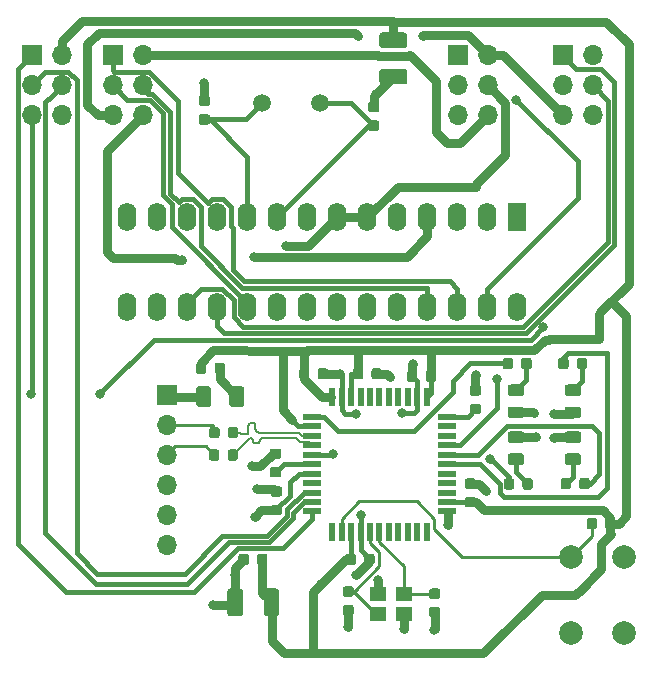
<source format=gbr>
G04 #@! TF.GenerationSoftware,KiCad,Pcbnew,5.1.5+dfsg1-2build2*
G04 #@! TF.CreationDate,2020-09-10T12:50:31-04:00*
G04 #@! TF.ProjectId,multi-avr,6d756c74-692d-4617-9672-2e6b69636164,rev?*
G04 #@! TF.SameCoordinates,Original*
G04 #@! TF.FileFunction,Copper,L1,Top*
G04 #@! TF.FilePolarity,Positive*
%FSLAX46Y46*%
G04 Gerber Fmt 4.6, Leading zero omitted, Abs format (unit mm)*
G04 Created by KiCad (PCBNEW 5.1.5+dfsg1-2build2) date 2020-09-10 12:50:31*
%MOMM*%
%LPD*%
G04 APERTURE LIST*
%ADD10R,1.600000X2.400000*%
%ADD11O,1.600000X2.400000*%
%ADD12R,1.700000X1.700000*%
%ADD13O,1.700000X1.700000*%
%ADD14C,0.100000*%
%ADD15R,0.550000X1.500000*%
%ADD16R,1.500000X0.550000*%
%ADD17C,2.000000*%
%ADD18C,1.500000*%
%ADD19R,1.400000X1.200000*%
%ADD20C,0.800000*%
%ADD21C,0.762000*%
%ADD22C,0.381000*%
%ADD23C,0.200000*%
%ADD24C,0.254000*%
G04 APERTURE END LIST*
D10*
X172551220Y-81948600D03*
D11*
X139531220Y-89568600D03*
X170011220Y-81948600D03*
X142071220Y-89568600D03*
X167471220Y-81948600D03*
X144611220Y-89568600D03*
X164931220Y-81948600D03*
X147151220Y-89568600D03*
X162391220Y-81948600D03*
X149691220Y-89568600D03*
X159851220Y-81948600D03*
X152231220Y-89568600D03*
X157311220Y-81948600D03*
X154771220Y-89568600D03*
X154771220Y-81948600D03*
X157311220Y-89568600D03*
X152231220Y-81948600D03*
X159851220Y-89568600D03*
X149691220Y-81948600D03*
X162391220Y-89568600D03*
X147151220Y-81948600D03*
X164931220Y-89568600D03*
X144611220Y-81948600D03*
X167471220Y-89568600D03*
X142071220Y-81948600D03*
X170011220Y-89568600D03*
X139531220Y-81948600D03*
X172551220Y-89568600D03*
D12*
X176379000Y-68246000D03*
D13*
X178919000Y-68246000D03*
X176379000Y-70786000D03*
X178919000Y-70786000D03*
X176379000Y-73326000D03*
X178919000Y-73326000D03*
G04 #@! TA.AperFunction,SMDPad,CuDef*
D14*
G36*
X162999505Y-66301204D02*
G01*
X163023773Y-66304804D01*
X163047572Y-66310765D01*
X163070671Y-66319030D01*
X163092850Y-66329520D01*
X163113893Y-66342132D01*
X163133599Y-66356747D01*
X163151777Y-66373223D01*
X163168253Y-66391401D01*
X163182868Y-66411107D01*
X163195480Y-66432150D01*
X163205970Y-66454329D01*
X163214235Y-66477428D01*
X163220196Y-66501227D01*
X163223796Y-66525495D01*
X163225000Y-66549999D01*
X163225000Y-67375001D01*
X163223796Y-67399505D01*
X163220196Y-67423773D01*
X163214235Y-67447572D01*
X163205970Y-67470671D01*
X163195480Y-67492850D01*
X163182868Y-67513893D01*
X163168253Y-67533599D01*
X163151777Y-67551777D01*
X163133599Y-67568253D01*
X163113893Y-67582868D01*
X163092850Y-67595480D01*
X163070671Y-67605970D01*
X163047572Y-67614235D01*
X163023773Y-67620196D01*
X162999505Y-67623796D01*
X162975001Y-67625000D01*
X161124999Y-67625000D01*
X161100495Y-67623796D01*
X161076227Y-67620196D01*
X161052428Y-67614235D01*
X161029329Y-67605970D01*
X161007150Y-67595480D01*
X160986107Y-67582868D01*
X160966401Y-67568253D01*
X160948223Y-67551777D01*
X160931747Y-67533599D01*
X160917132Y-67513893D01*
X160904520Y-67492850D01*
X160894030Y-67470671D01*
X160885765Y-67447572D01*
X160879804Y-67423773D01*
X160876204Y-67399505D01*
X160875000Y-67375001D01*
X160875000Y-66549999D01*
X160876204Y-66525495D01*
X160879804Y-66501227D01*
X160885765Y-66477428D01*
X160894030Y-66454329D01*
X160904520Y-66432150D01*
X160917132Y-66411107D01*
X160931747Y-66391401D01*
X160948223Y-66373223D01*
X160966401Y-66356747D01*
X160986107Y-66342132D01*
X161007150Y-66329520D01*
X161029329Y-66319030D01*
X161052428Y-66310765D01*
X161076227Y-66304804D01*
X161100495Y-66301204D01*
X161124999Y-66300000D01*
X162975001Y-66300000D01*
X162999505Y-66301204D01*
G37*
G04 #@! TD.AperFunction*
G04 #@! TA.AperFunction,SMDPad,CuDef*
G36*
X162999505Y-69376204D02*
G01*
X163023773Y-69379804D01*
X163047572Y-69385765D01*
X163070671Y-69394030D01*
X163092850Y-69404520D01*
X163113893Y-69417132D01*
X163133599Y-69431747D01*
X163151777Y-69448223D01*
X163168253Y-69466401D01*
X163182868Y-69486107D01*
X163195480Y-69507150D01*
X163205970Y-69529329D01*
X163214235Y-69552428D01*
X163220196Y-69576227D01*
X163223796Y-69600495D01*
X163225000Y-69624999D01*
X163225000Y-70450001D01*
X163223796Y-70474505D01*
X163220196Y-70498773D01*
X163214235Y-70522572D01*
X163205970Y-70545671D01*
X163195480Y-70567850D01*
X163182868Y-70588893D01*
X163168253Y-70608599D01*
X163151777Y-70626777D01*
X163133599Y-70643253D01*
X163113893Y-70657868D01*
X163092850Y-70670480D01*
X163070671Y-70680970D01*
X163047572Y-70689235D01*
X163023773Y-70695196D01*
X162999505Y-70698796D01*
X162975001Y-70700000D01*
X161124999Y-70700000D01*
X161100495Y-70698796D01*
X161076227Y-70695196D01*
X161052428Y-70689235D01*
X161029329Y-70680970D01*
X161007150Y-70670480D01*
X160986107Y-70657868D01*
X160966401Y-70643253D01*
X160948223Y-70626777D01*
X160931747Y-70608599D01*
X160917132Y-70588893D01*
X160904520Y-70567850D01*
X160894030Y-70545671D01*
X160885765Y-70522572D01*
X160879804Y-70498773D01*
X160876204Y-70474505D01*
X160875000Y-70450001D01*
X160875000Y-69624999D01*
X160876204Y-69600495D01*
X160879804Y-69576227D01*
X160885765Y-69552428D01*
X160894030Y-69529329D01*
X160904520Y-69507150D01*
X160917132Y-69486107D01*
X160931747Y-69466401D01*
X160948223Y-69448223D01*
X160966401Y-69431747D01*
X160986107Y-69417132D01*
X161007150Y-69404520D01*
X161029329Y-69394030D01*
X161052428Y-69385765D01*
X161076227Y-69379804D01*
X161100495Y-69376204D01*
X161124999Y-69375000D01*
X162975001Y-69375000D01*
X162999505Y-69376204D01*
G37*
G04 #@! TD.AperFunction*
G04 #@! TA.AperFunction,SMDPad,CuDef*
G36*
X152174505Y-113376204D02*
G01*
X152198773Y-113379804D01*
X152222572Y-113385765D01*
X152245671Y-113394030D01*
X152267850Y-113404520D01*
X152288893Y-113417132D01*
X152308599Y-113431747D01*
X152326777Y-113448223D01*
X152343253Y-113466401D01*
X152357868Y-113486107D01*
X152370480Y-113507150D01*
X152380970Y-113529329D01*
X152389235Y-113552428D01*
X152395196Y-113576227D01*
X152398796Y-113600495D01*
X152400000Y-113624999D01*
X152400000Y-115475001D01*
X152398796Y-115499505D01*
X152395196Y-115523773D01*
X152389235Y-115547572D01*
X152380970Y-115570671D01*
X152370480Y-115592850D01*
X152357868Y-115613893D01*
X152343253Y-115633599D01*
X152326777Y-115651777D01*
X152308599Y-115668253D01*
X152288893Y-115682868D01*
X152267850Y-115695480D01*
X152245671Y-115705970D01*
X152222572Y-115714235D01*
X152198773Y-115720196D01*
X152174505Y-115723796D01*
X152150001Y-115725000D01*
X151324999Y-115725000D01*
X151300495Y-115723796D01*
X151276227Y-115720196D01*
X151252428Y-115714235D01*
X151229329Y-115705970D01*
X151207150Y-115695480D01*
X151186107Y-115682868D01*
X151166401Y-115668253D01*
X151148223Y-115651777D01*
X151131747Y-115633599D01*
X151117132Y-115613893D01*
X151104520Y-115592850D01*
X151094030Y-115570671D01*
X151085765Y-115547572D01*
X151079804Y-115523773D01*
X151076204Y-115499505D01*
X151075000Y-115475001D01*
X151075000Y-113624999D01*
X151076204Y-113600495D01*
X151079804Y-113576227D01*
X151085765Y-113552428D01*
X151094030Y-113529329D01*
X151104520Y-113507150D01*
X151117132Y-113486107D01*
X151131747Y-113466401D01*
X151148223Y-113448223D01*
X151166401Y-113431747D01*
X151186107Y-113417132D01*
X151207150Y-113404520D01*
X151229329Y-113394030D01*
X151252428Y-113385765D01*
X151276227Y-113379804D01*
X151300495Y-113376204D01*
X151324999Y-113375000D01*
X152150001Y-113375000D01*
X152174505Y-113376204D01*
G37*
G04 #@! TD.AperFunction*
G04 #@! TA.AperFunction,SMDPad,CuDef*
G36*
X149099505Y-113376204D02*
G01*
X149123773Y-113379804D01*
X149147572Y-113385765D01*
X149170671Y-113394030D01*
X149192850Y-113404520D01*
X149213893Y-113417132D01*
X149233599Y-113431747D01*
X149251777Y-113448223D01*
X149268253Y-113466401D01*
X149282868Y-113486107D01*
X149295480Y-113507150D01*
X149305970Y-113529329D01*
X149314235Y-113552428D01*
X149320196Y-113576227D01*
X149323796Y-113600495D01*
X149325000Y-113624999D01*
X149325000Y-115475001D01*
X149323796Y-115499505D01*
X149320196Y-115523773D01*
X149314235Y-115547572D01*
X149305970Y-115570671D01*
X149295480Y-115592850D01*
X149282868Y-115613893D01*
X149268253Y-115633599D01*
X149251777Y-115651777D01*
X149233599Y-115668253D01*
X149213893Y-115682868D01*
X149192850Y-115695480D01*
X149170671Y-115705970D01*
X149147572Y-115714235D01*
X149123773Y-115720196D01*
X149099505Y-115723796D01*
X149075001Y-115725000D01*
X148249999Y-115725000D01*
X148225495Y-115723796D01*
X148201227Y-115720196D01*
X148177428Y-115714235D01*
X148154329Y-115705970D01*
X148132150Y-115695480D01*
X148111107Y-115682868D01*
X148091401Y-115668253D01*
X148073223Y-115651777D01*
X148056747Y-115633599D01*
X148042132Y-115613893D01*
X148029520Y-115592850D01*
X148019030Y-115570671D01*
X148010765Y-115547572D01*
X148004804Y-115523773D01*
X148001204Y-115499505D01*
X148000000Y-115475001D01*
X148000000Y-113624999D01*
X148001204Y-113600495D01*
X148004804Y-113576227D01*
X148010765Y-113552428D01*
X148019030Y-113529329D01*
X148029520Y-113507150D01*
X148042132Y-113486107D01*
X148056747Y-113466401D01*
X148073223Y-113448223D01*
X148091401Y-113431747D01*
X148111107Y-113417132D01*
X148132150Y-113404520D01*
X148154329Y-113394030D01*
X148177428Y-113385765D01*
X148201227Y-113379804D01*
X148225495Y-113376204D01*
X148249999Y-113375000D01*
X149075001Y-113375000D01*
X149099505Y-113376204D01*
G37*
G04 #@! TD.AperFunction*
G04 #@! TA.AperFunction,SMDPad,CuDef*
G36*
X172090191Y-104051053D02*
G01*
X172111426Y-104054203D01*
X172132250Y-104059419D01*
X172152462Y-104066651D01*
X172171868Y-104075830D01*
X172190281Y-104086866D01*
X172207524Y-104099654D01*
X172223430Y-104114070D01*
X172237846Y-104129976D01*
X172250634Y-104147219D01*
X172261670Y-104165632D01*
X172270849Y-104185038D01*
X172278081Y-104205250D01*
X172283297Y-104226074D01*
X172286447Y-104247309D01*
X172287500Y-104268750D01*
X172287500Y-104781250D01*
X172286447Y-104802691D01*
X172283297Y-104823926D01*
X172278081Y-104844750D01*
X172270849Y-104864962D01*
X172261670Y-104884368D01*
X172250634Y-104902781D01*
X172237846Y-104920024D01*
X172223430Y-104935930D01*
X172207524Y-104950346D01*
X172190281Y-104963134D01*
X172171868Y-104974170D01*
X172152462Y-104983349D01*
X172132250Y-104990581D01*
X172111426Y-104995797D01*
X172090191Y-104998947D01*
X172068750Y-105000000D01*
X171631250Y-105000000D01*
X171609809Y-104998947D01*
X171588574Y-104995797D01*
X171567750Y-104990581D01*
X171547538Y-104983349D01*
X171528132Y-104974170D01*
X171509719Y-104963134D01*
X171492476Y-104950346D01*
X171476570Y-104935930D01*
X171462154Y-104920024D01*
X171449366Y-104902781D01*
X171438330Y-104884368D01*
X171429151Y-104864962D01*
X171421919Y-104844750D01*
X171416703Y-104823926D01*
X171413553Y-104802691D01*
X171412500Y-104781250D01*
X171412500Y-104268750D01*
X171413553Y-104247309D01*
X171416703Y-104226074D01*
X171421919Y-104205250D01*
X171429151Y-104185038D01*
X171438330Y-104165632D01*
X171449366Y-104147219D01*
X171462154Y-104129976D01*
X171476570Y-104114070D01*
X171492476Y-104099654D01*
X171509719Y-104086866D01*
X171528132Y-104075830D01*
X171547538Y-104066651D01*
X171567750Y-104059419D01*
X171588574Y-104054203D01*
X171609809Y-104051053D01*
X171631250Y-104050000D01*
X172068750Y-104050000D01*
X172090191Y-104051053D01*
G37*
G04 #@! TD.AperFunction*
G04 #@! TA.AperFunction,SMDPad,CuDef*
G36*
X173665191Y-104051053D02*
G01*
X173686426Y-104054203D01*
X173707250Y-104059419D01*
X173727462Y-104066651D01*
X173746868Y-104075830D01*
X173765281Y-104086866D01*
X173782524Y-104099654D01*
X173798430Y-104114070D01*
X173812846Y-104129976D01*
X173825634Y-104147219D01*
X173836670Y-104165632D01*
X173845849Y-104185038D01*
X173853081Y-104205250D01*
X173858297Y-104226074D01*
X173861447Y-104247309D01*
X173862500Y-104268750D01*
X173862500Y-104781250D01*
X173861447Y-104802691D01*
X173858297Y-104823926D01*
X173853081Y-104844750D01*
X173845849Y-104864962D01*
X173836670Y-104884368D01*
X173825634Y-104902781D01*
X173812846Y-104920024D01*
X173798430Y-104935930D01*
X173782524Y-104950346D01*
X173765281Y-104963134D01*
X173746868Y-104974170D01*
X173727462Y-104983349D01*
X173707250Y-104990581D01*
X173686426Y-104995797D01*
X173665191Y-104998947D01*
X173643750Y-105000000D01*
X173206250Y-105000000D01*
X173184809Y-104998947D01*
X173163574Y-104995797D01*
X173142750Y-104990581D01*
X173122538Y-104983349D01*
X173103132Y-104974170D01*
X173084719Y-104963134D01*
X173067476Y-104950346D01*
X173051570Y-104935930D01*
X173037154Y-104920024D01*
X173024366Y-104902781D01*
X173013330Y-104884368D01*
X173004151Y-104864962D01*
X172996919Y-104844750D01*
X172991703Y-104823926D01*
X172988553Y-104802691D01*
X172987500Y-104781250D01*
X172987500Y-104268750D01*
X172988553Y-104247309D01*
X172991703Y-104226074D01*
X172996919Y-104205250D01*
X173004151Y-104185038D01*
X173013330Y-104165632D01*
X173024366Y-104147219D01*
X173037154Y-104129976D01*
X173051570Y-104114070D01*
X173067476Y-104099654D01*
X173084719Y-104086866D01*
X173103132Y-104075830D01*
X173122538Y-104066651D01*
X173142750Y-104059419D01*
X173163574Y-104054203D01*
X173184809Y-104051053D01*
X173206250Y-104050000D01*
X173643750Y-104050000D01*
X173665191Y-104051053D01*
G37*
G04 #@! TD.AperFunction*
G04 #@! TA.AperFunction,SMDPad,CuDef*
G36*
X176692691Y-93851053D02*
G01*
X176713926Y-93854203D01*
X176734750Y-93859419D01*
X176754962Y-93866651D01*
X176774368Y-93875830D01*
X176792781Y-93886866D01*
X176810024Y-93899654D01*
X176825930Y-93914070D01*
X176840346Y-93929976D01*
X176853134Y-93947219D01*
X176864170Y-93965632D01*
X176873349Y-93985038D01*
X176880581Y-94005250D01*
X176885797Y-94026074D01*
X176888947Y-94047309D01*
X176890000Y-94068750D01*
X176890000Y-94581250D01*
X176888947Y-94602691D01*
X176885797Y-94623926D01*
X176880581Y-94644750D01*
X176873349Y-94664962D01*
X176864170Y-94684368D01*
X176853134Y-94702781D01*
X176840346Y-94720024D01*
X176825930Y-94735930D01*
X176810024Y-94750346D01*
X176792781Y-94763134D01*
X176774368Y-94774170D01*
X176754962Y-94783349D01*
X176734750Y-94790581D01*
X176713926Y-94795797D01*
X176692691Y-94798947D01*
X176671250Y-94800000D01*
X176233750Y-94800000D01*
X176212309Y-94798947D01*
X176191074Y-94795797D01*
X176170250Y-94790581D01*
X176150038Y-94783349D01*
X176130632Y-94774170D01*
X176112219Y-94763134D01*
X176094976Y-94750346D01*
X176079070Y-94735930D01*
X176064654Y-94720024D01*
X176051866Y-94702781D01*
X176040830Y-94684368D01*
X176031651Y-94664962D01*
X176024419Y-94644750D01*
X176019203Y-94623926D01*
X176016053Y-94602691D01*
X176015000Y-94581250D01*
X176015000Y-94068750D01*
X176016053Y-94047309D01*
X176019203Y-94026074D01*
X176024419Y-94005250D01*
X176031651Y-93985038D01*
X176040830Y-93965632D01*
X176051866Y-93947219D01*
X176064654Y-93929976D01*
X176079070Y-93914070D01*
X176094976Y-93899654D01*
X176112219Y-93886866D01*
X176130632Y-93875830D01*
X176150038Y-93866651D01*
X176170250Y-93859419D01*
X176191074Y-93854203D01*
X176212309Y-93851053D01*
X176233750Y-93850000D01*
X176671250Y-93850000D01*
X176692691Y-93851053D01*
G37*
G04 #@! TD.AperFunction*
G04 #@! TA.AperFunction,SMDPad,CuDef*
G36*
X178267691Y-93851053D02*
G01*
X178288926Y-93854203D01*
X178309750Y-93859419D01*
X178329962Y-93866651D01*
X178349368Y-93875830D01*
X178367781Y-93886866D01*
X178385024Y-93899654D01*
X178400930Y-93914070D01*
X178415346Y-93929976D01*
X178428134Y-93947219D01*
X178439170Y-93965632D01*
X178448349Y-93985038D01*
X178455581Y-94005250D01*
X178460797Y-94026074D01*
X178463947Y-94047309D01*
X178465000Y-94068750D01*
X178465000Y-94581250D01*
X178463947Y-94602691D01*
X178460797Y-94623926D01*
X178455581Y-94644750D01*
X178448349Y-94664962D01*
X178439170Y-94684368D01*
X178428134Y-94702781D01*
X178415346Y-94720024D01*
X178400930Y-94735930D01*
X178385024Y-94750346D01*
X178367781Y-94763134D01*
X178349368Y-94774170D01*
X178329962Y-94783349D01*
X178309750Y-94790581D01*
X178288926Y-94795797D01*
X178267691Y-94798947D01*
X178246250Y-94800000D01*
X177808750Y-94800000D01*
X177787309Y-94798947D01*
X177766074Y-94795797D01*
X177745250Y-94790581D01*
X177725038Y-94783349D01*
X177705632Y-94774170D01*
X177687219Y-94763134D01*
X177669976Y-94750346D01*
X177654070Y-94735930D01*
X177639654Y-94720024D01*
X177626866Y-94702781D01*
X177615830Y-94684368D01*
X177606651Y-94664962D01*
X177599419Y-94644750D01*
X177594203Y-94623926D01*
X177591053Y-94602691D01*
X177590000Y-94581250D01*
X177590000Y-94068750D01*
X177591053Y-94047309D01*
X177594203Y-94026074D01*
X177599419Y-94005250D01*
X177606651Y-93985038D01*
X177615830Y-93965632D01*
X177626866Y-93947219D01*
X177639654Y-93929976D01*
X177654070Y-93914070D01*
X177669976Y-93899654D01*
X177687219Y-93886866D01*
X177705632Y-93875830D01*
X177725038Y-93866651D01*
X177745250Y-93859419D01*
X177766074Y-93854203D01*
X177787309Y-93851053D01*
X177808750Y-93850000D01*
X178246250Y-93850000D01*
X178267691Y-93851053D01*
G37*
G04 #@! TD.AperFunction*
G04 #@! TA.AperFunction,SMDPad,CuDef*
G36*
X178477691Y-104026053D02*
G01*
X178498926Y-104029203D01*
X178519750Y-104034419D01*
X178539962Y-104041651D01*
X178559368Y-104050830D01*
X178577781Y-104061866D01*
X178595024Y-104074654D01*
X178610930Y-104089070D01*
X178625346Y-104104976D01*
X178638134Y-104122219D01*
X178649170Y-104140632D01*
X178658349Y-104160038D01*
X178665581Y-104180250D01*
X178670797Y-104201074D01*
X178673947Y-104222309D01*
X178675000Y-104243750D01*
X178675000Y-104756250D01*
X178673947Y-104777691D01*
X178670797Y-104798926D01*
X178665581Y-104819750D01*
X178658349Y-104839962D01*
X178649170Y-104859368D01*
X178638134Y-104877781D01*
X178625346Y-104895024D01*
X178610930Y-104910930D01*
X178595024Y-104925346D01*
X178577781Y-104938134D01*
X178559368Y-104949170D01*
X178539962Y-104958349D01*
X178519750Y-104965581D01*
X178498926Y-104970797D01*
X178477691Y-104973947D01*
X178456250Y-104975000D01*
X178018750Y-104975000D01*
X177997309Y-104973947D01*
X177976074Y-104970797D01*
X177955250Y-104965581D01*
X177935038Y-104958349D01*
X177915632Y-104949170D01*
X177897219Y-104938134D01*
X177879976Y-104925346D01*
X177864070Y-104910930D01*
X177849654Y-104895024D01*
X177836866Y-104877781D01*
X177825830Y-104859368D01*
X177816651Y-104839962D01*
X177809419Y-104819750D01*
X177804203Y-104798926D01*
X177801053Y-104777691D01*
X177800000Y-104756250D01*
X177800000Y-104243750D01*
X177801053Y-104222309D01*
X177804203Y-104201074D01*
X177809419Y-104180250D01*
X177816651Y-104160038D01*
X177825830Y-104140632D01*
X177836866Y-104122219D01*
X177849654Y-104104976D01*
X177864070Y-104089070D01*
X177879976Y-104074654D01*
X177897219Y-104061866D01*
X177915632Y-104050830D01*
X177935038Y-104041651D01*
X177955250Y-104034419D01*
X177976074Y-104029203D01*
X177997309Y-104026053D01*
X178018750Y-104025000D01*
X178456250Y-104025000D01*
X178477691Y-104026053D01*
G37*
G04 #@! TD.AperFunction*
G04 #@! TA.AperFunction,SMDPad,CuDef*
G36*
X176902691Y-104026053D02*
G01*
X176923926Y-104029203D01*
X176944750Y-104034419D01*
X176964962Y-104041651D01*
X176984368Y-104050830D01*
X177002781Y-104061866D01*
X177020024Y-104074654D01*
X177035930Y-104089070D01*
X177050346Y-104104976D01*
X177063134Y-104122219D01*
X177074170Y-104140632D01*
X177083349Y-104160038D01*
X177090581Y-104180250D01*
X177095797Y-104201074D01*
X177098947Y-104222309D01*
X177100000Y-104243750D01*
X177100000Y-104756250D01*
X177098947Y-104777691D01*
X177095797Y-104798926D01*
X177090581Y-104819750D01*
X177083349Y-104839962D01*
X177074170Y-104859368D01*
X177063134Y-104877781D01*
X177050346Y-104895024D01*
X177035930Y-104910930D01*
X177020024Y-104925346D01*
X177002781Y-104938134D01*
X176984368Y-104949170D01*
X176964962Y-104958349D01*
X176944750Y-104965581D01*
X176923926Y-104970797D01*
X176902691Y-104973947D01*
X176881250Y-104975000D01*
X176443750Y-104975000D01*
X176422309Y-104973947D01*
X176401074Y-104970797D01*
X176380250Y-104965581D01*
X176360038Y-104958349D01*
X176340632Y-104949170D01*
X176322219Y-104938134D01*
X176304976Y-104925346D01*
X176289070Y-104910930D01*
X176274654Y-104895024D01*
X176261866Y-104877781D01*
X176250830Y-104859368D01*
X176241651Y-104839962D01*
X176234419Y-104819750D01*
X176229203Y-104798926D01*
X176226053Y-104777691D01*
X176225000Y-104756250D01*
X176225000Y-104243750D01*
X176226053Y-104222309D01*
X176229203Y-104201074D01*
X176234419Y-104180250D01*
X176241651Y-104160038D01*
X176250830Y-104140632D01*
X176261866Y-104122219D01*
X176274654Y-104104976D01*
X176289070Y-104089070D01*
X176304976Y-104074654D01*
X176322219Y-104061866D01*
X176340632Y-104050830D01*
X176360038Y-104041651D01*
X176380250Y-104034419D01*
X176401074Y-104029203D01*
X176422309Y-104026053D01*
X176443750Y-104025000D01*
X176881250Y-104025000D01*
X176902691Y-104026053D01*
G37*
G04 #@! TD.AperFunction*
G04 #@! TA.AperFunction,SMDPad,CuDef*
G36*
X171987691Y-93851053D02*
G01*
X172008926Y-93854203D01*
X172029750Y-93859419D01*
X172049962Y-93866651D01*
X172069368Y-93875830D01*
X172087781Y-93886866D01*
X172105024Y-93899654D01*
X172120930Y-93914070D01*
X172135346Y-93929976D01*
X172148134Y-93947219D01*
X172159170Y-93965632D01*
X172168349Y-93985038D01*
X172175581Y-94005250D01*
X172180797Y-94026074D01*
X172183947Y-94047309D01*
X172185000Y-94068750D01*
X172185000Y-94581250D01*
X172183947Y-94602691D01*
X172180797Y-94623926D01*
X172175581Y-94644750D01*
X172168349Y-94664962D01*
X172159170Y-94684368D01*
X172148134Y-94702781D01*
X172135346Y-94720024D01*
X172120930Y-94735930D01*
X172105024Y-94750346D01*
X172087781Y-94763134D01*
X172069368Y-94774170D01*
X172049962Y-94783349D01*
X172029750Y-94790581D01*
X172008926Y-94795797D01*
X171987691Y-94798947D01*
X171966250Y-94800000D01*
X171528750Y-94800000D01*
X171507309Y-94798947D01*
X171486074Y-94795797D01*
X171465250Y-94790581D01*
X171445038Y-94783349D01*
X171425632Y-94774170D01*
X171407219Y-94763134D01*
X171389976Y-94750346D01*
X171374070Y-94735930D01*
X171359654Y-94720024D01*
X171346866Y-94702781D01*
X171335830Y-94684368D01*
X171326651Y-94664962D01*
X171319419Y-94644750D01*
X171314203Y-94623926D01*
X171311053Y-94602691D01*
X171310000Y-94581250D01*
X171310000Y-94068750D01*
X171311053Y-94047309D01*
X171314203Y-94026074D01*
X171319419Y-94005250D01*
X171326651Y-93985038D01*
X171335830Y-93965632D01*
X171346866Y-93947219D01*
X171359654Y-93929976D01*
X171374070Y-93914070D01*
X171389976Y-93899654D01*
X171407219Y-93886866D01*
X171425632Y-93875830D01*
X171445038Y-93866651D01*
X171465250Y-93859419D01*
X171486074Y-93854203D01*
X171507309Y-93851053D01*
X171528750Y-93850000D01*
X171966250Y-93850000D01*
X171987691Y-93851053D01*
G37*
G04 #@! TD.AperFunction*
G04 #@! TA.AperFunction,SMDPad,CuDef*
G36*
X173562691Y-93851053D02*
G01*
X173583926Y-93854203D01*
X173604750Y-93859419D01*
X173624962Y-93866651D01*
X173644368Y-93875830D01*
X173662781Y-93886866D01*
X173680024Y-93899654D01*
X173695930Y-93914070D01*
X173710346Y-93929976D01*
X173723134Y-93947219D01*
X173734170Y-93965632D01*
X173743349Y-93985038D01*
X173750581Y-94005250D01*
X173755797Y-94026074D01*
X173758947Y-94047309D01*
X173760000Y-94068750D01*
X173760000Y-94581250D01*
X173758947Y-94602691D01*
X173755797Y-94623926D01*
X173750581Y-94644750D01*
X173743349Y-94664962D01*
X173734170Y-94684368D01*
X173723134Y-94702781D01*
X173710346Y-94720024D01*
X173695930Y-94735930D01*
X173680024Y-94750346D01*
X173662781Y-94763134D01*
X173644368Y-94774170D01*
X173624962Y-94783349D01*
X173604750Y-94790581D01*
X173583926Y-94795797D01*
X173562691Y-94798947D01*
X173541250Y-94800000D01*
X173103750Y-94800000D01*
X173082309Y-94798947D01*
X173061074Y-94795797D01*
X173040250Y-94790581D01*
X173020038Y-94783349D01*
X173000632Y-94774170D01*
X172982219Y-94763134D01*
X172964976Y-94750346D01*
X172949070Y-94735930D01*
X172934654Y-94720024D01*
X172921866Y-94702781D01*
X172910830Y-94684368D01*
X172901651Y-94664962D01*
X172894419Y-94644750D01*
X172889203Y-94623926D01*
X172886053Y-94602691D01*
X172885000Y-94581250D01*
X172885000Y-94068750D01*
X172886053Y-94047309D01*
X172889203Y-94026074D01*
X172894419Y-94005250D01*
X172901651Y-93985038D01*
X172910830Y-93965632D01*
X172921866Y-93947219D01*
X172934654Y-93929976D01*
X172949070Y-93914070D01*
X172964976Y-93899654D01*
X172982219Y-93886866D01*
X173000632Y-93875830D01*
X173020038Y-93866651D01*
X173040250Y-93859419D01*
X173061074Y-93854203D01*
X173082309Y-93851053D01*
X173103750Y-93850000D01*
X173541250Y-93850000D01*
X173562691Y-93851053D01*
G37*
G04 #@! TD.AperFunction*
G04 #@! TA.AperFunction,SMDPad,CuDef*
G36*
X169277691Y-97751053D02*
G01*
X169298926Y-97754203D01*
X169319750Y-97759419D01*
X169339962Y-97766651D01*
X169359368Y-97775830D01*
X169377781Y-97786866D01*
X169395024Y-97799654D01*
X169410930Y-97814070D01*
X169425346Y-97829976D01*
X169438134Y-97847219D01*
X169449170Y-97865632D01*
X169458349Y-97885038D01*
X169465581Y-97905250D01*
X169470797Y-97926074D01*
X169473947Y-97947309D01*
X169475000Y-97968750D01*
X169475000Y-98406250D01*
X169473947Y-98427691D01*
X169470797Y-98448926D01*
X169465581Y-98469750D01*
X169458349Y-98489962D01*
X169449170Y-98509368D01*
X169438134Y-98527781D01*
X169425346Y-98545024D01*
X169410930Y-98560930D01*
X169395024Y-98575346D01*
X169377781Y-98588134D01*
X169359368Y-98599170D01*
X169339962Y-98608349D01*
X169319750Y-98615581D01*
X169298926Y-98620797D01*
X169277691Y-98623947D01*
X169256250Y-98625000D01*
X168743750Y-98625000D01*
X168722309Y-98623947D01*
X168701074Y-98620797D01*
X168680250Y-98615581D01*
X168660038Y-98608349D01*
X168640632Y-98599170D01*
X168622219Y-98588134D01*
X168604976Y-98575346D01*
X168589070Y-98560930D01*
X168574654Y-98545024D01*
X168561866Y-98527781D01*
X168550830Y-98509368D01*
X168541651Y-98489962D01*
X168534419Y-98469750D01*
X168529203Y-98448926D01*
X168526053Y-98427691D01*
X168525000Y-98406250D01*
X168525000Y-97968750D01*
X168526053Y-97947309D01*
X168529203Y-97926074D01*
X168534419Y-97905250D01*
X168541651Y-97885038D01*
X168550830Y-97865632D01*
X168561866Y-97847219D01*
X168574654Y-97829976D01*
X168589070Y-97814070D01*
X168604976Y-97799654D01*
X168622219Y-97786866D01*
X168640632Y-97775830D01*
X168660038Y-97766651D01*
X168680250Y-97759419D01*
X168701074Y-97754203D01*
X168722309Y-97751053D01*
X168743750Y-97750000D01*
X169256250Y-97750000D01*
X169277691Y-97751053D01*
G37*
G04 #@! TD.AperFunction*
G04 #@! TA.AperFunction,SMDPad,CuDef*
G36*
X169277691Y-96176053D02*
G01*
X169298926Y-96179203D01*
X169319750Y-96184419D01*
X169339962Y-96191651D01*
X169359368Y-96200830D01*
X169377781Y-96211866D01*
X169395024Y-96224654D01*
X169410930Y-96239070D01*
X169425346Y-96254976D01*
X169438134Y-96272219D01*
X169449170Y-96290632D01*
X169458349Y-96310038D01*
X169465581Y-96330250D01*
X169470797Y-96351074D01*
X169473947Y-96372309D01*
X169475000Y-96393750D01*
X169475000Y-96831250D01*
X169473947Y-96852691D01*
X169470797Y-96873926D01*
X169465581Y-96894750D01*
X169458349Y-96914962D01*
X169449170Y-96934368D01*
X169438134Y-96952781D01*
X169425346Y-96970024D01*
X169410930Y-96985930D01*
X169395024Y-97000346D01*
X169377781Y-97013134D01*
X169359368Y-97024170D01*
X169339962Y-97033349D01*
X169319750Y-97040581D01*
X169298926Y-97045797D01*
X169277691Y-97048947D01*
X169256250Y-97050000D01*
X168743750Y-97050000D01*
X168722309Y-97048947D01*
X168701074Y-97045797D01*
X168680250Y-97040581D01*
X168660038Y-97033349D01*
X168640632Y-97024170D01*
X168622219Y-97013134D01*
X168604976Y-97000346D01*
X168589070Y-96985930D01*
X168574654Y-96970024D01*
X168561866Y-96952781D01*
X168550830Y-96934368D01*
X168541651Y-96914962D01*
X168534419Y-96894750D01*
X168529203Y-96873926D01*
X168526053Y-96852691D01*
X168525000Y-96831250D01*
X168525000Y-96393750D01*
X168526053Y-96372309D01*
X168529203Y-96351074D01*
X168534419Y-96330250D01*
X168541651Y-96310038D01*
X168550830Y-96290632D01*
X168561866Y-96272219D01*
X168574654Y-96254976D01*
X168589070Y-96239070D01*
X168604976Y-96224654D01*
X168622219Y-96211866D01*
X168640632Y-96200830D01*
X168660038Y-96191651D01*
X168680250Y-96184419D01*
X168701074Y-96179203D01*
X168722309Y-96176053D01*
X168743750Y-96175000D01*
X169256250Y-96175000D01*
X169277691Y-96176053D01*
G37*
G04 #@! TD.AperFunction*
G04 #@! TA.AperFunction,SMDPad,CuDef*
G36*
X179090191Y-107401053D02*
G01*
X179111426Y-107404203D01*
X179132250Y-107409419D01*
X179152462Y-107416651D01*
X179171868Y-107425830D01*
X179190281Y-107436866D01*
X179207524Y-107449654D01*
X179223430Y-107464070D01*
X179237846Y-107479976D01*
X179250634Y-107497219D01*
X179261670Y-107515632D01*
X179270849Y-107535038D01*
X179278081Y-107555250D01*
X179283297Y-107576074D01*
X179286447Y-107597309D01*
X179287500Y-107618750D01*
X179287500Y-108131250D01*
X179286447Y-108152691D01*
X179283297Y-108173926D01*
X179278081Y-108194750D01*
X179270849Y-108214962D01*
X179261670Y-108234368D01*
X179250634Y-108252781D01*
X179237846Y-108270024D01*
X179223430Y-108285930D01*
X179207524Y-108300346D01*
X179190281Y-108313134D01*
X179171868Y-108324170D01*
X179152462Y-108333349D01*
X179132250Y-108340581D01*
X179111426Y-108345797D01*
X179090191Y-108348947D01*
X179068750Y-108350000D01*
X178631250Y-108350000D01*
X178609809Y-108348947D01*
X178588574Y-108345797D01*
X178567750Y-108340581D01*
X178547538Y-108333349D01*
X178528132Y-108324170D01*
X178509719Y-108313134D01*
X178492476Y-108300346D01*
X178476570Y-108285930D01*
X178462154Y-108270024D01*
X178449366Y-108252781D01*
X178438330Y-108234368D01*
X178429151Y-108214962D01*
X178421919Y-108194750D01*
X178416703Y-108173926D01*
X178413553Y-108152691D01*
X178412500Y-108131250D01*
X178412500Y-107618750D01*
X178413553Y-107597309D01*
X178416703Y-107576074D01*
X178421919Y-107555250D01*
X178429151Y-107535038D01*
X178438330Y-107515632D01*
X178449366Y-107497219D01*
X178462154Y-107479976D01*
X178476570Y-107464070D01*
X178492476Y-107449654D01*
X178509719Y-107436866D01*
X178528132Y-107425830D01*
X178547538Y-107416651D01*
X178567750Y-107409419D01*
X178588574Y-107404203D01*
X178609809Y-107401053D01*
X178631250Y-107400000D01*
X179068750Y-107400000D01*
X179090191Y-107401053D01*
G37*
G04 #@! TD.AperFunction*
G04 #@! TA.AperFunction,SMDPad,CuDef*
G36*
X180665191Y-107401053D02*
G01*
X180686426Y-107404203D01*
X180707250Y-107409419D01*
X180727462Y-107416651D01*
X180746868Y-107425830D01*
X180765281Y-107436866D01*
X180782524Y-107449654D01*
X180798430Y-107464070D01*
X180812846Y-107479976D01*
X180825634Y-107497219D01*
X180836670Y-107515632D01*
X180845849Y-107535038D01*
X180853081Y-107555250D01*
X180858297Y-107576074D01*
X180861447Y-107597309D01*
X180862500Y-107618750D01*
X180862500Y-108131250D01*
X180861447Y-108152691D01*
X180858297Y-108173926D01*
X180853081Y-108194750D01*
X180845849Y-108214962D01*
X180836670Y-108234368D01*
X180825634Y-108252781D01*
X180812846Y-108270024D01*
X180798430Y-108285930D01*
X180782524Y-108300346D01*
X180765281Y-108313134D01*
X180746868Y-108324170D01*
X180727462Y-108333349D01*
X180707250Y-108340581D01*
X180686426Y-108345797D01*
X180665191Y-108348947D01*
X180643750Y-108350000D01*
X180206250Y-108350000D01*
X180184809Y-108348947D01*
X180163574Y-108345797D01*
X180142750Y-108340581D01*
X180122538Y-108333349D01*
X180103132Y-108324170D01*
X180084719Y-108313134D01*
X180067476Y-108300346D01*
X180051570Y-108285930D01*
X180037154Y-108270024D01*
X180024366Y-108252781D01*
X180013330Y-108234368D01*
X180004151Y-108214962D01*
X179996919Y-108194750D01*
X179991703Y-108173926D01*
X179988553Y-108152691D01*
X179987500Y-108131250D01*
X179987500Y-107618750D01*
X179988553Y-107597309D01*
X179991703Y-107576074D01*
X179996919Y-107555250D01*
X180004151Y-107535038D01*
X180013330Y-107515632D01*
X180024366Y-107497219D01*
X180037154Y-107479976D01*
X180051570Y-107464070D01*
X180067476Y-107449654D01*
X180084719Y-107436866D01*
X180103132Y-107425830D01*
X180122538Y-107416651D01*
X180142750Y-107409419D01*
X180163574Y-107404203D01*
X180184809Y-107401053D01*
X180206250Y-107400000D01*
X180643750Y-107400000D01*
X180665191Y-107401053D01*
G37*
G04 #@! TD.AperFunction*
G04 #@! TA.AperFunction,SMDPad,CuDef*
G36*
X147140191Y-99701053D02*
G01*
X147161426Y-99704203D01*
X147182250Y-99709419D01*
X147202462Y-99716651D01*
X147221868Y-99725830D01*
X147240281Y-99736866D01*
X147257524Y-99749654D01*
X147273430Y-99764070D01*
X147287846Y-99779976D01*
X147300634Y-99797219D01*
X147311670Y-99815632D01*
X147320849Y-99835038D01*
X147328081Y-99855250D01*
X147333297Y-99876074D01*
X147336447Y-99897309D01*
X147337500Y-99918750D01*
X147337500Y-100431250D01*
X147336447Y-100452691D01*
X147333297Y-100473926D01*
X147328081Y-100494750D01*
X147320849Y-100514962D01*
X147311670Y-100534368D01*
X147300634Y-100552781D01*
X147287846Y-100570024D01*
X147273430Y-100585930D01*
X147257524Y-100600346D01*
X147240281Y-100613134D01*
X147221868Y-100624170D01*
X147202462Y-100633349D01*
X147182250Y-100640581D01*
X147161426Y-100645797D01*
X147140191Y-100648947D01*
X147118750Y-100650000D01*
X146681250Y-100650000D01*
X146659809Y-100648947D01*
X146638574Y-100645797D01*
X146617750Y-100640581D01*
X146597538Y-100633349D01*
X146578132Y-100624170D01*
X146559719Y-100613134D01*
X146542476Y-100600346D01*
X146526570Y-100585930D01*
X146512154Y-100570024D01*
X146499366Y-100552781D01*
X146488330Y-100534368D01*
X146479151Y-100514962D01*
X146471919Y-100494750D01*
X146466703Y-100473926D01*
X146463553Y-100452691D01*
X146462500Y-100431250D01*
X146462500Y-99918750D01*
X146463553Y-99897309D01*
X146466703Y-99876074D01*
X146471919Y-99855250D01*
X146479151Y-99835038D01*
X146488330Y-99815632D01*
X146499366Y-99797219D01*
X146512154Y-99779976D01*
X146526570Y-99764070D01*
X146542476Y-99749654D01*
X146559719Y-99736866D01*
X146578132Y-99725830D01*
X146597538Y-99716651D01*
X146617750Y-99709419D01*
X146638574Y-99704203D01*
X146659809Y-99701053D01*
X146681250Y-99700000D01*
X147118750Y-99700000D01*
X147140191Y-99701053D01*
G37*
G04 #@! TD.AperFunction*
G04 #@! TA.AperFunction,SMDPad,CuDef*
G36*
X148715191Y-99701053D02*
G01*
X148736426Y-99704203D01*
X148757250Y-99709419D01*
X148777462Y-99716651D01*
X148796868Y-99725830D01*
X148815281Y-99736866D01*
X148832524Y-99749654D01*
X148848430Y-99764070D01*
X148862846Y-99779976D01*
X148875634Y-99797219D01*
X148886670Y-99815632D01*
X148895849Y-99835038D01*
X148903081Y-99855250D01*
X148908297Y-99876074D01*
X148911447Y-99897309D01*
X148912500Y-99918750D01*
X148912500Y-100431250D01*
X148911447Y-100452691D01*
X148908297Y-100473926D01*
X148903081Y-100494750D01*
X148895849Y-100514962D01*
X148886670Y-100534368D01*
X148875634Y-100552781D01*
X148862846Y-100570024D01*
X148848430Y-100585930D01*
X148832524Y-100600346D01*
X148815281Y-100613134D01*
X148796868Y-100624170D01*
X148777462Y-100633349D01*
X148757250Y-100640581D01*
X148736426Y-100645797D01*
X148715191Y-100648947D01*
X148693750Y-100650000D01*
X148256250Y-100650000D01*
X148234809Y-100648947D01*
X148213574Y-100645797D01*
X148192750Y-100640581D01*
X148172538Y-100633349D01*
X148153132Y-100624170D01*
X148134719Y-100613134D01*
X148117476Y-100600346D01*
X148101570Y-100585930D01*
X148087154Y-100570024D01*
X148074366Y-100552781D01*
X148063330Y-100534368D01*
X148054151Y-100514962D01*
X148046919Y-100494750D01*
X148041703Y-100473926D01*
X148038553Y-100452691D01*
X148037500Y-100431250D01*
X148037500Y-99918750D01*
X148038553Y-99897309D01*
X148041703Y-99876074D01*
X148046919Y-99855250D01*
X148054151Y-99835038D01*
X148063330Y-99815632D01*
X148074366Y-99797219D01*
X148087154Y-99779976D01*
X148101570Y-99764070D01*
X148117476Y-99749654D01*
X148134719Y-99736866D01*
X148153132Y-99725830D01*
X148172538Y-99716651D01*
X148192750Y-99709419D01*
X148213574Y-99704203D01*
X148234809Y-99701053D01*
X148256250Y-99700000D01*
X148693750Y-99700000D01*
X148715191Y-99701053D01*
G37*
G04 #@! TD.AperFunction*
G04 #@! TA.AperFunction,SMDPad,CuDef*
G36*
X147115191Y-101601053D02*
G01*
X147136426Y-101604203D01*
X147157250Y-101609419D01*
X147177462Y-101616651D01*
X147196868Y-101625830D01*
X147215281Y-101636866D01*
X147232524Y-101649654D01*
X147248430Y-101664070D01*
X147262846Y-101679976D01*
X147275634Y-101697219D01*
X147286670Y-101715632D01*
X147295849Y-101735038D01*
X147303081Y-101755250D01*
X147308297Y-101776074D01*
X147311447Y-101797309D01*
X147312500Y-101818750D01*
X147312500Y-102331250D01*
X147311447Y-102352691D01*
X147308297Y-102373926D01*
X147303081Y-102394750D01*
X147295849Y-102414962D01*
X147286670Y-102434368D01*
X147275634Y-102452781D01*
X147262846Y-102470024D01*
X147248430Y-102485930D01*
X147232524Y-102500346D01*
X147215281Y-102513134D01*
X147196868Y-102524170D01*
X147177462Y-102533349D01*
X147157250Y-102540581D01*
X147136426Y-102545797D01*
X147115191Y-102548947D01*
X147093750Y-102550000D01*
X146656250Y-102550000D01*
X146634809Y-102548947D01*
X146613574Y-102545797D01*
X146592750Y-102540581D01*
X146572538Y-102533349D01*
X146553132Y-102524170D01*
X146534719Y-102513134D01*
X146517476Y-102500346D01*
X146501570Y-102485930D01*
X146487154Y-102470024D01*
X146474366Y-102452781D01*
X146463330Y-102434368D01*
X146454151Y-102414962D01*
X146446919Y-102394750D01*
X146441703Y-102373926D01*
X146438553Y-102352691D01*
X146437500Y-102331250D01*
X146437500Y-101818750D01*
X146438553Y-101797309D01*
X146441703Y-101776074D01*
X146446919Y-101755250D01*
X146454151Y-101735038D01*
X146463330Y-101715632D01*
X146474366Y-101697219D01*
X146487154Y-101679976D01*
X146501570Y-101664070D01*
X146517476Y-101649654D01*
X146534719Y-101636866D01*
X146553132Y-101625830D01*
X146572538Y-101616651D01*
X146592750Y-101609419D01*
X146613574Y-101604203D01*
X146634809Y-101601053D01*
X146656250Y-101600000D01*
X147093750Y-101600000D01*
X147115191Y-101601053D01*
G37*
G04 #@! TD.AperFunction*
G04 #@! TA.AperFunction,SMDPad,CuDef*
G36*
X148690191Y-101601053D02*
G01*
X148711426Y-101604203D01*
X148732250Y-101609419D01*
X148752462Y-101616651D01*
X148771868Y-101625830D01*
X148790281Y-101636866D01*
X148807524Y-101649654D01*
X148823430Y-101664070D01*
X148837846Y-101679976D01*
X148850634Y-101697219D01*
X148861670Y-101715632D01*
X148870849Y-101735038D01*
X148878081Y-101755250D01*
X148883297Y-101776074D01*
X148886447Y-101797309D01*
X148887500Y-101818750D01*
X148887500Y-102331250D01*
X148886447Y-102352691D01*
X148883297Y-102373926D01*
X148878081Y-102394750D01*
X148870849Y-102414962D01*
X148861670Y-102434368D01*
X148850634Y-102452781D01*
X148837846Y-102470024D01*
X148823430Y-102485930D01*
X148807524Y-102500346D01*
X148790281Y-102513134D01*
X148771868Y-102524170D01*
X148752462Y-102533349D01*
X148732250Y-102540581D01*
X148711426Y-102545797D01*
X148690191Y-102548947D01*
X148668750Y-102550000D01*
X148231250Y-102550000D01*
X148209809Y-102548947D01*
X148188574Y-102545797D01*
X148167750Y-102540581D01*
X148147538Y-102533349D01*
X148128132Y-102524170D01*
X148109719Y-102513134D01*
X148092476Y-102500346D01*
X148076570Y-102485930D01*
X148062154Y-102470024D01*
X148049366Y-102452781D01*
X148038330Y-102434368D01*
X148029151Y-102414962D01*
X148021919Y-102394750D01*
X148016703Y-102373926D01*
X148013553Y-102352691D01*
X148012500Y-102331250D01*
X148012500Y-101818750D01*
X148013553Y-101797309D01*
X148016703Y-101776074D01*
X148021919Y-101755250D01*
X148029151Y-101735038D01*
X148038330Y-101715632D01*
X148049366Y-101697219D01*
X148062154Y-101679976D01*
X148076570Y-101664070D01*
X148092476Y-101649654D01*
X148109719Y-101636866D01*
X148128132Y-101625830D01*
X148147538Y-101616651D01*
X148167750Y-101609419D01*
X148188574Y-101604203D01*
X148209809Y-101601053D01*
X148231250Y-101600000D01*
X148668750Y-101600000D01*
X148690191Y-101601053D01*
G37*
G04 #@! TD.AperFunction*
G04 #@! TA.AperFunction,SMDPad,CuDef*
G36*
X177735142Y-101945174D02*
G01*
X177758803Y-101948684D01*
X177782007Y-101954496D01*
X177804529Y-101962554D01*
X177826153Y-101972782D01*
X177846670Y-101985079D01*
X177865883Y-101999329D01*
X177883607Y-102015393D01*
X177899671Y-102033117D01*
X177913921Y-102052330D01*
X177926218Y-102072847D01*
X177936446Y-102094471D01*
X177944504Y-102116993D01*
X177950316Y-102140197D01*
X177953826Y-102163858D01*
X177955000Y-102187750D01*
X177955000Y-102675250D01*
X177953826Y-102699142D01*
X177950316Y-102722803D01*
X177944504Y-102746007D01*
X177936446Y-102768529D01*
X177926218Y-102790153D01*
X177913921Y-102810670D01*
X177899671Y-102829883D01*
X177883607Y-102847607D01*
X177865883Y-102863671D01*
X177846670Y-102877921D01*
X177826153Y-102890218D01*
X177804529Y-102900446D01*
X177782007Y-102908504D01*
X177758803Y-102914316D01*
X177735142Y-102917826D01*
X177711250Y-102919000D01*
X176798750Y-102919000D01*
X176774858Y-102917826D01*
X176751197Y-102914316D01*
X176727993Y-102908504D01*
X176705471Y-102900446D01*
X176683847Y-102890218D01*
X176663330Y-102877921D01*
X176644117Y-102863671D01*
X176626393Y-102847607D01*
X176610329Y-102829883D01*
X176596079Y-102810670D01*
X176583782Y-102790153D01*
X176573554Y-102768529D01*
X176565496Y-102746007D01*
X176559684Y-102722803D01*
X176556174Y-102699142D01*
X176555000Y-102675250D01*
X176555000Y-102187750D01*
X176556174Y-102163858D01*
X176559684Y-102140197D01*
X176565496Y-102116993D01*
X176573554Y-102094471D01*
X176583782Y-102072847D01*
X176596079Y-102052330D01*
X176610329Y-102033117D01*
X176626393Y-102015393D01*
X176644117Y-101999329D01*
X176663330Y-101985079D01*
X176683847Y-101972782D01*
X176705471Y-101962554D01*
X176727993Y-101954496D01*
X176751197Y-101948684D01*
X176774858Y-101945174D01*
X176798750Y-101944000D01*
X177711250Y-101944000D01*
X177735142Y-101945174D01*
G37*
G04 #@! TD.AperFunction*
G04 #@! TA.AperFunction,SMDPad,CuDef*
G36*
X177735142Y-100070174D02*
G01*
X177758803Y-100073684D01*
X177782007Y-100079496D01*
X177804529Y-100087554D01*
X177826153Y-100097782D01*
X177846670Y-100110079D01*
X177865883Y-100124329D01*
X177883607Y-100140393D01*
X177899671Y-100158117D01*
X177913921Y-100177330D01*
X177926218Y-100197847D01*
X177936446Y-100219471D01*
X177944504Y-100241993D01*
X177950316Y-100265197D01*
X177953826Y-100288858D01*
X177955000Y-100312750D01*
X177955000Y-100800250D01*
X177953826Y-100824142D01*
X177950316Y-100847803D01*
X177944504Y-100871007D01*
X177936446Y-100893529D01*
X177926218Y-100915153D01*
X177913921Y-100935670D01*
X177899671Y-100954883D01*
X177883607Y-100972607D01*
X177865883Y-100988671D01*
X177846670Y-101002921D01*
X177826153Y-101015218D01*
X177804529Y-101025446D01*
X177782007Y-101033504D01*
X177758803Y-101039316D01*
X177735142Y-101042826D01*
X177711250Y-101044000D01*
X176798750Y-101044000D01*
X176774858Y-101042826D01*
X176751197Y-101039316D01*
X176727993Y-101033504D01*
X176705471Y-101025446D01*
X176683847Y-101015218D01*
X176663330Y-101002921D01*
X176644117Y-100988671D01*
X176626393Y-100972607D01*
X176610329Y-100954883D01*
X176596079Y-100935670D01*
X176583782Y-100915153D01*
X176573554Y-100893529D01*
X176565496Y-100871007D01*
X176559684Y-100847803D01*
X176556174Y-100824142D01*
X176555000Y-100800250D01*
X176555000Y-100312750D01*
X176556174Y-100288858D01*
X176559684Y-100265197D01*
X176565496Y-100241993D01*
X176573554Y-100219471D01*
X176583782Y-100197847D01*
X176596079Y-100177330D01*
X176610329Y-100158117D01*
X176626393Y-100140393D01*
X176644117Y-100124329D01*
X176663330Y-100110079D01*
X176683847Y-100097782D01*
X176705471Y-100087554D01*
X176727993Y-100079496D01*
X176751197Y-100073684D01*
X176774858Y-100070174D01*
X176798750Y-100069000D01*
X177711250Y-100069000D01*
X177735142Y-100070174D01*
G37*
G04 #@! TD.AperFunction*
G04 #@! TA.AperFunction,SMDPad,CuDef*
G36*
X146327691Y-71651053D02*
G01*
X146348926Y-71654203D01*
X146369750Y-71659419D01*
X146389962Y-71666651D01*
X146409368Y-71675830D01*
X146427781Y-71686866D01*
X146445024Y-71699654D01*
X146460930Y-71714070D01*
X146475346Y-71729976D01*
X146488134Y-71747219D01*
X146499170Y-71765632D01*
X146508349Y-71785038D01*
X146515581Y-71805250D01*
X146520797Y-71826074D01*
X146523947Y-71847309D01*
X146525000Y-71868750D01*
X146525000Y-72306250D01*
X146523947Y-72327691D01*
X146520797Y-72348926D01*
X146515581Y-72369750D01*
X146508349Y-72389962D01*
X146499170Y-72409368D01*
X146488134Y-72427781D01*
X146475346Y-72445024D01*
X146460930Y-72460930D01*
X146445024Y-72475346D01*
X146427781Y-72488134D01*
X146409368Y-72499170D01*
X146389962Y-72508349D01*
X146369750Y-72515581D01*
X146348926Y-72520797D01*
X146327691Y-72523947D01*
X146306250Y-72525000D01*
X145793750Y-72525000D01*
X145772309Y-72523947D01*
X145751074Y-72520797D01*
X145730250Y-72515581D01*
X145710038Y-72508349D01*
X145690632Y-72499170D01*
X145672219Y-72488134D01*
X145654976Y-72475346D01*
X145639070Y-72460930D01*
X145624654Y-72445024D01*
X145611866Y-72427781D01*
X145600830Y-72409368D01*
X145591651Y-72389962D01*
X145584419Y-72369750D01*
X145579203Y-72348926D01*
X145576053Y-72327691D01*
X145575000Y-72306250D01*
X145575000Y-71868750D01*
X145576053Y-71847309D01*
X145579203Y-71826074D01*
X145584419Y-71805250D01*
X145591651Y-71785038D01*
X145600830Y-71765632D01*
X145611866Y-71747219D01*
X145624654Y-71729976D01*
X145639070Y-71714070D01*
X145654976Y-71699654D01*
X145672219Y-71686866D01*
X145690632Y-71675830D01*
X145710038Y-71666651D01*
X145730250Y-71659419D01*
X145751074Y-71654203D01*
X145772309Y-71651053D01*
X145793750Y-71650000D01*
X146306250Y-71650000D01*
X146327691Y-71651053D01*
G37*
G04 #@! TD.AperFunction*
G04 #@! TA.AperFunction,SMDPad,CuDef*
G36*
X146327691Y-73226053D02*
G01*
X146348926Y-73229203D01*
X146369750Y-73234419D01*
X146389962Y-73241651D01*
X146409368Y-73250830D01*
X146427781Y-73261866D01*
X146445024Y-73274654D01*
X146460930Y-73289070D01*
X146475346Y-73304976D01*
X146488134Y-73322219D01*
X146499170Y-73340632D01*
X146508349Y-73360038D01*
X146515581Y-73380250D01*
X146520797Y-73401074D01*
X146523947Y-73422309D01*
X146525000Y-73443750D01*
X146525000Y-73881250D01*
X146523947Y-73902691D01*
X146520797Y-73923926D01*
X146515581Y-73944750D01*
X146508349Y-73964962D01*
X146499170Y-73984368D01*
X146488134Y-74002781D01*
X146475346Y-74020024D01*
X146460930Y-74035930D01*
X146445024Y-74050346D01*
X146427781Y-74063134D01*
X146409368Y-74074170D01*
X146389962Y-74083349D01*
X146369750Y-74090581D01*
X146348926Y-74095797D01*
X146327691Y-74098947D01*
X146306250Y-74100000D01*
X145793750Y-74100000D01*
X145772309Y-74098947D01*
X145751074Y-74095797D01*
X145730250Y-74090581D01*
X145710038Y-74083349D01*
X145690632Y-74074170D01*
X145672219Y-74063134D01*
X145654976Y-74050346D01*
X145639070Y-74035930D01*
X145624654Y-74020024D01*
X145611866Y-74002781D01*
X145600830Y-73984368D01*
X145591651Y-73964962D01*
X145584419Y-73944750D01*
X145579203Y-73923926D01*
X145576053Y-73902691D01*
X145575000Y-73881250D01*
X145575000Y-73443750D01*
X145576053Y-73422309D01*
X145579203Y-73401074D01*
X145584419Y-73380250D01*
X145591651Y-73360038D01*
X145600830Y-73340632D01*
X145611866Y-73322219D01*
X145624654Y-73304976D01*
X145639070Y-73289070D01*
X145654976Y-73274654D01*
X145672219Y-73261866D01*
X145690632Y-73250830D01*
X145710038Y-73241651D01*
X145730250Y-73234419D01*
X145751074Y-73229203D01*
X145772309Y-73226053D01*
X145793750Y-73225000D01*
X146306250Y-73225000D01*
X146327691Y-73226053D01*
G37*
G04 #@! TD.AperFunction*
G04 #@! TA.AperFunction,SMDPad,CuDef*
G36*
X160677691Y-72176053D02*
G01*
X160698926Y-72179203D01*
X160719750Y-72184419D01*
X160739962Y-72191651D01*
X160759368Y-72200830D01*
X160777781Y-72211866D01*
X160795024Y-72224654D01*
X160810930Y-72239070D01*
X160825346Y-72254976D01*
X160838134Y-72272219D01*
X160849170Y-72290632D01*
X160858349Y-72310038D01*
X160865581Y-72330250D01*
X160870797Y-72351074D01*
X160873947Y-72372309D01*
X160875000Y-72393750D01*
X160875000Y-72831250D01*
X160873947Y-72852691D01*
X160870797Y-72873926D01*
X160865581Y-72894750D01*
X160858349Y-72914962D01*
X160849170Y-72934368D01*
X160838134Y-72952781D01*
X160825346Y-72970024D01*
X160810930Y-72985930D01*
X160795024Y-73000346D01*
X160777781Y-73013134D01*
X160759368Y-73024170D01*
X160739962Y-73033349D01*
X160719750Y-73040581D01*
X160698926Y-73045797D01*
X160677691Y-73048947D01*
X160656250Y-73050000D01*
X160143750Y-73050000D01*
X160122309Y-73048947D01*
X160101074Y-73045797D01*
X160080250Y-73040581D01*
X160060038Y-73033349D01*
X160040632Y-73024170D01*
X160022219Y-73013134D01*
X160004976Y-73000346D01*
X159989070Y-72985930D01*
X159974654Y-72970024D01*
X159961866Y-72952781D01*
X159950830Y-72934368D01*
X159941651Y-72914962D01*
X159934419Y-72894750D01*
X159929203Y-72873926D01*
X159926053Y-72852691D01*
X159925000Y-72831250D01*
X159925000Y-72393750D01*
X159926053Y-72372309D01*
X159929203Y-72351074D01*
X159934419Y-72330250D01*
X159941651Y-72310038D01*
X159950830Y-72290632D01*
X159961866Y-72272219D01*
X159974654Y-72254976D01*
X159989070Y-72239070D01*
X160004976Y-72224654D01*
X160022219Y-72211866D01*
X160040632Y-72200830D01*
X160060038Y-72191651D01*
X160080250Y-72184419D01*
X160101074Y-72179203D01*
X160122309Y-72176053D01*
X160143750Y-72175000D01*
X160656250Y-72175000D01*
X160677691Y-72176053D01*
G37*
G04 #@! TD.AperFunction*
G04 #@! TA.AperFunction,SMDPad,CuDef*
G36*
X160677691Y-73751053D02*
G01*
X160698926Y-73754203D01*
X160719750Y-73759419D01*
X160739962Y-73766651D01*
X160759368Y-73775830D01*
X160777781Y-73786866D01*
X160795024Y-73799654D01*
X160810930Y-73814070D01*
X160825346Y-73829976D01*
X160838134Y-73847219D01*
X160849170Y-73865632D01*
X160858349Y-73885038D01*
X160865581Y-73905250D01*
X160870797Y-73926074D01*
X160873947Y-73947309D01*
X160875000Y-73968750D01*
X160875000Y-74406250D01*
X160873947Y-74427691D01*
X160870797Y-74448926D01*
X160865581Y-74469750D01*
X160858349Y-74489962D01*
X160849170Y-74509368D01*
X160838134Y-74527781D01*
X160825346Y-74545024D01*
X160810930Y-74560930D01*
X160795024Y-74575346D01*
X160777781Y-74588134D01*
X160759368Y-74599170D01*
X160739962Y-74608349D01*
X160719750Y-74615581D01*
X160698926Y-74620797D01*
X160677691Y-74623947D01*
X160656250Y-74625000D01*
X160143750Y-74625000D01*
X160122309Y-74623947D01*
X160101074Y-74620797D01*
X160080250Y-74615581D01*
X160060038Y-74608349D01*
X160040632Y-74599170D01*
X160022219Y-74588134D01*
X160004976Y-74575346D01*
X159989070Y-74560930D01*
X159974654Y-74545024D01*
X159961866Y-74527781D01*
X159950830Y-74509368D01*
X159941651Y-74489962D01*
X159934419Y-74469750D01*
X159929203Y-74448926D01*
X159926053Y-74427691D01*
X159925000Y-74406250D01*
X159925000Y-73968750D01*
X159926053Y-73947309D01*
X159929203Y-73926074D01*
X159934419Y-73905250D01*
X159941651Y-73885038D01*
X159950830Y-73865632D01*
X159961866Y-73847219D01*
X159974654Y-73829976D01*
X159989070Y-73814070D01*
X160004976Y-73799654D01*
X160022219Y-73786866D01*
X160040632Y-73775830D01*
X160060038Y-73766651D01*
X160080250Y-73759419D01*
X160101074Y-73754203D01*
X160122309Y-73751053D01*
X160143750Y-73750000D01*
X160656250Y-73750000D01*
X160677691Y-73751053D01*
G37*
G04 #@! TD.AperFunction*
G04 #@! TA.AperFunction,SMDPad,CuDef*
G36*
X151190191Y-110426053D02*
G01*
X151211426Y-110429203D01*
X151232250Y-110434419D01*
X151252462Y-110441651D01*
X151271868Y-110450830D01*
X151290281Y-110461866D01*
X151307524Y-110474654D01*
X151323430Y-110489070D01*
X151337846Y-110504976D01*
X151350634Y-110522219D01*
X151361670Y-110540632D01*
X151370849Y-110560038D01*
X151378081Y-110580250D01*
X151383297Y-110601074D01*
X151386447Y-110622309D01*
X151387500Y-110643750D01*
X151387500Y-111156250D01*
X151386447Y-111177691D01*
X151383297Y-111198926D01*
X151378081Y-111219750D01*
X151370849Y-111239962D01*
X151361670Y-111259368D01*
X151350634Y-111277781D01*
X151337846Y-111295024D01*
X151323430Y-111310930D01*
X151307524Y-111325346D01*
X151290281Y-111338134D01*
X151271868Y-111349170D01*
X151252462Y-111358349D01*
X151232250Y-111365581D01*
X151211426Y-111370797D01*
X151190191Y-111373947D01*
X151168750Y-111375000D01*
X150731250Y-111375000D01*
X150709809Y-111373947D01*
X150688574Y-111370797D01*
X150667750Y-111365581D01*
X150647538Y-111358349D01*
X150628132Y-111349170D01*
X150609719Y-111338134D01*
X150592476Y-111325346D01*
X150576570Y-111310930D01*
X150562154Y-111295024D01*
X150549366Y-111277781D01*
X150538330Y-111259368D01*
X150529151Y-111239962D01*
X150521919Y-111219750D01*
X150516703Y-111198926D01*
X150513553Y-111177691D01*
X150512500Y-111156250D01*
X150512500Y-110643750D01*
X150513553Y-110622309D01*
X150516703Y-110601074D01*
X150521919Y-110580250D01*
X150529151Y-110560038D01*
X150538330Y-110540632D01*
X150549366Y-110522219D01*
X150562154Y-110504976D01*
X150576570Y-110489070D01*
X150592476Y-110474654D01*
X150609719Y-110461866D01*
X150628132Y-110450830D01*
X150647538Y-110441651D01*
X150667750Y-110434419D01*
X150688574Y-110429203D01*
X150709809Y-110426053D01*
X150731250Y-110425000D01*
X151168750Y-110425000D01*
X151190191Y-110426053D01*
G37*
G04 #@! TD.AperFunction*
G04 #@! TA.AperFunction,SMDPad,CuDef*
G36*
X149615191Y-110426053D02*
G01*
X149636426Y-110429203D01*
X149657250Y-110434419D01*
X149677462Y-110441651D01*
X149696868Y-110450830D01*
X149715281Y-110461866D01*
X149732524Y-110474654D01*
X149748430Y-110489070D01*
X149762846Y-110504976D01*
X149775634Y-110522219D01*
X149786670Y-110540632D01*
X149795849Y-110560038D01*
X149803081Y-110580250D01*
X149808297Y-110601074D01*
X149811447Y-110622309D01*
X149812500Y-110643750D01*
X149812500Y-111156250D01*
X149811447Y-111177691D01*
X149808297Y-111198926D01*
X149803081Y-111219750D01*
X149795849Y-111239962D01*
X149786670Y-111259368D01*
X149775634Y-111277781D01*
X149762846Y-111295024D01*
X149748430Y-111310930D01*
X149732524Y-111325346D01*
X149715281Y-111338134D01*
X149696868Y-111349170D01*
X149677462Y-111358349D01*
X149657250Y-111365581D01*
X149636426Y-111370797D01*
X149615191Y-111373947D01*
X149593750Y-111375000D01*
X149156250Y-111375000D01*
X149134809Y-111373947D01*
X149113574Y-111370797D01*
X149092750Y-111365581D01*
X149072538Y-111358349D01*
X149053132Y-111349170D01*
X149034719Y-111338134D01*
X149017476Y-111325346D01*
X149001570Y-111310930D01*
X148987154Y-111295024D01*
X148974366Y-111277781D01*
X148963330Y-111259368D01*
X148954151Y-111239962D01*
X148946919Y-111219750D01*
X148941703Y-111198926D01*
X148938553Y-111177691D01*
X148937500Y-111156250D01*
X148937500Y-110643750D01*
X148938553Y-110622309D01*
X148941703Y-110601074D01*
X148946919Y-110580250D01*
X148954151Y-110560038D01*
X148963330Y-110540632D01*
X148974366Y-110522219D01*
X148987154Y-110504976D01*
X149001570Y-110489070D01*
X149017476Y-110474654D01*
X149034719Y-110461866D01*
X149053132Y-110450830D01*
X149072538Y-110441651D01*
X149092750Y-110434419D01*
X149113574Y-110429203D01*
X149134809Y-110426053D01*
X149156250Y-110425000D01*
X149593750Y-110425000D01*
X149615191Y-110426053D01*
G37*
G04 #@! TD.AperFunction*
G04 #@! TA.AperFunction,SMDPad,CuDef*
G36*
X152427691Y-106301053D02*
G01*
X152448926Y-106304203D01*
X152469750Y-106309419D01*
X152489962Y-106316651D01*
X152509368Y-106325830D01*
X152527781Y-106336866D01*
X152545024Y-106349654D01*
X152560930Y-106364070D01*
X152575346Y-106379976D01*
X152588134Y-106397219D01*
X152599170Y-106415632D01*
X152608349Y-106435038D01*
X152615581Y-106455250D01*
X152620797Y-106476074D01*
X152623947Y-106497309D01*
X152625000Y-106518750D01*
X152625000Y-106956250D01*
X152623947Y-106977691D01*
X152620797Y-106998926D01*
X152615581Y-107019750D01*
X152608349Y-107039962D01*
X152599170Y-107059368D01*
X152588134Y-107077781D01*
X152575346Y-107095024D01*
X152560930Y-107110930D01*
X152545024Y-107125346D01*
X152527781Y-107138134D01*
X152509368Y-107149170D01*
X152489962Y-107158349D01*
X152469750Y-107165581D01*
X152448926Y-107170797D01*
X152427691Y-107173947D01*
X152406250Y-107175000D01*
X151893750Y-107175000D01*
X151872309Y-107173947D01*
X151851074Y-107170797D01*
X151830250Y-107165581D01*
X151810038Y-107158349D01*
X151790632Y-107149170D01*
X151772219Y-107138134D01*
X151754976Y-107125346D01*
X151739070Y-107110930D01*
X151724654Y-107095024D01*
X151711866Y-107077781D01*
X151700830Y-107059368D01*
X151691651Y-107039962D01*
X151684419Y-107019750D01*
X151679203Y-106998926D01*
X151676053Y-106977691D01*
X151675000Y-106956250D01*
X151675000Y-106518750D01*
X151676053Y-106497309D01*
X151679203Y-106476074D01*
X151684419Y-106455250D01*
X151691651Y-106435038D01*
X151700830Y-106415632D01*
X151711866Y-106397219D01*
X151724654Y-106379976D01*
X151739070Y-106364070D01*
X151754976Y-106349654D01*
X151772219Y-106336866D01*
X151790632Y-106325830D01*
X151810038Y-106316651D01*
X151830250Y-106309419D01*
X151851074Y-106304203D01*
X151872309Y-106301053D01*
X151893750Y-106300000D01*
X152406250Y-106300000D01*
X152427691Y-106301053D01*
G37*
G04 #@! TD.AperFunction*
G04 #@! TA.AperFunction,SMDPad,CuDef*
G36*
X152427691Y-104726053D02*
G01*
X152448926Y-104729203D01*
X152469750Y-104734419D01*
X152489962Y-104741651D01*
X152509368Y-104750830D01*
X152527781Y-104761866D01*
X152545024Y-104774654D01*
X152560930Y-104789070D01*
X152575346Y-104804976D01*
X152588134Y-104822219D01*
X152599170Y-104840632D01*
X152608349Y-104860038D01*
X152615581Y-104880250D01*
X152620797Y-104901074D01*
X152623947Y-104922309D01*
X152625000Y-104943750D01*
X152625000Y-105381250D01*
X152623947Y-105402691D01*
X152620797Y-105423926D01*
X152615581Y-105444750D01*
X152608349Y-105464962D01*
X152599170Y-105484368D01*
X152588134Y-105502781D01*
X152575346Y-105520024D01*
X152560930Y-105535930D01*
X152545024Y-105550346D01*
X152527781Y-105563134D01*
X152509368Y-105574170D01*
X152489962Y-105583349D01*
X152469750Y-105590581D01*
X152448926Y-105595797D01*
X152427691Y-105598947D01*
X152406250Y-105600000D01*
X151893750Y-105600000D01*
X151872309Y-105598947D01*
X151851074Y-105595797D01*
X151830250Y-105590581D01*
X151810038Y-105583349D01*
X151790632Y-105574170D01*
X151772219Y-105563134D01*
X151754976Y-105550346D01*
X151739070Y-105535930D01*
X151724654Y-105520024D01*
X151711866Y-105502781D01*
X151700830Y-105484368D01*
X151691651Y-105464962D01*
X151684419Y-105444750D01*
X151679203Y-105423926D01*
X151676053Y-105402691D01*
X151675000Y-105381250D01*
X151675000Y-104943750D01*
X151676053Y-104922309D01*
X151679203Y-104901074D01*
X151684419Y-104880250D01*
X151691651Y-104860038D01*
X151700830Y-104840632D01*
X151711866Y-104822219D01*
X151724654Y-104804976D01*
X151739070Y-104789070D01*
X151754976Y-104774654D01*
X151772219Y-104761866D01*
X151790632Y-104750830D01*
X151810038Y-104741651D01*
X151830250Y-104734419D01*
X151851074Y-104729203D01*
X151872309Y-104726053D01*
X151893750Y-104725000D01*
X152406250Y-104725000D01*
X152427691Y-104726053D01*
G37*
G04 #@! TD.AperFunction*
G04 #@! TA.AperFunction,SMDPad,CuDef*
G36*
X152352691Y-101526053D02*
G01*
X152373926Y-101529203D01*
X152394750Y-101534419D01*
X152414962Y-101541651D01*
X152434368Y-101550830D01*
X152452781Y-101561866D01*
X152470024Y-101574654D01*
X152485930Y-101589070D01*
X152500346Y-101604976D01*
X152513134Y-101622219D01*
X152524170Y-101640632D01*
X152533349Y-101660038D01*
X152540581Y-101680250D01*
X152545797Y-101701074D01*
X152548947Y-101722309D01*
X152550000Y-101743750D01*
X152550000Y-102181250D01*
X152548947Y-102202691D01*
X152545797Y-102223926D01*
X152540581Y-102244750D01*
X152533349Y-102264962D01*
X152524170Y-102284368D01*
X152513134Y-102302781D01*
X152500346Y-102320024D01*
X152485930Y-102335930D01*
X152470024Y-102350346D01*
X152452781Y-102363134D01*
X152434368Y-102374170D01*
X152414962Y-102383349D01*
X152394750Y-102390581D01*
X152373926Y-102395797D01*
X152352691Y-102398947D01*
X152331250Y-102400000D01*
X151818750Y-102400000D01*
X151797309Y-102398947D01*
X151776074Y-102395797D01*
X151755250Y-102390581D01*
X151735038Y-102383349D01*
X151715632Y-102374170D01*
X151697219Y-102363134D01*
X151679976Y-102350346D01*
X151664070Y-102335930D01*
X151649654Y-102320024D01*
X151636866Y-102302781D01*
X151625830Y-102284368D01*
X151616651Y-102264962D01*
X151609419Y-102244750D01*
X151604203Y-102223926D01*
X151601053Y-102202691D01*
X151600000Y-102181250D01*
X151600000Y-101743750D01*
X151601053Y-101722309D01*
X151604203Y-101701074D01*
X151609419Y-101680250D01*
X151616651Y-101660038D01*
X151625830Y-101640632D01*
X151636866Y-101622219D01*
X151649654Y-101604976D01*
X151664070Y-101589070D01*
X151679976Y-101574654D01*
X151697219Y-101561866D01*
X151715632Y-101550830D01*
X151735038Y-101541651D01*
X151755250Y-101534419D01*
X151776074Y-101529203D01*
X151797309Y-101526053D01*
X151818750Y-101525000D01*
X152331250Y-101525000D01*
X152352691Y-101526053D01*
G37*
G04 #@! TD.AperFunction*
G04 #@! TA.AperFunction,SMDPad,CuDef*
G36*
X152352691Y-103101053D02*
G01*
X152373926Y-103104203D01*
X152394750Y-103109419D01*
X152414962Y-103116651D01*
X152434368Y-103125830D01*
X152452781Y-103136866D01*
X152470024Y-103149654D01*
X152485930Y-103164070D01*
X152500346Y-103179976D01*
X152513134Y-103197219D01*
X152524170Y-103215632D01*
X152533349Y-103235038D01*
X152540581Y-103255250D01*
X152545797Y-103276074D01*
X152548947Y-103297309D01*
X152550000Y-103318750D01*
X152550000Y-103756250D01*
X152548947Y-103777691D01*
X152545797Y-103798926D01*
X152540581Y-103819750D01*
X152533349Y-103839962D01*
X152524170Y-103859368D01*
X152513134Y-103877781D01*
X152500346Y-103895024D01*
X152485930Y-103910930D01*
X152470024Y-103925346D01*
X152452781Y-103938134D01*
X152434368Y-103949170D01*
X152414962Y-103958349D01*
X152394750Y-103965581D01*
X152373926Y-103970797D01*
X152352691Y-103973947D01*
X152331250Y-103975000D01*
X151818750Y-103975000D01*
X151797309Y-103973947D01*
X151776074Y-103970797D01*
X151755250Y-103965581D01*
X151735038Y-103958349D01*
X151715632Y-103949170D01*
X151697219Y-103938134D01*
X151679976Y-103925346D01*
X151664070Y-103910930D01*
X151649654Y-103895024D01*
X151636866Y-103877781D01*
X151625830Y-103859368D01*
X151616651Y-103839962D01*
X151609419Y-103819750D01*
X151604203Y-103798926D01*
X151601053Y-103777691D01*
X151600000Y-103756250D01*
X151600000Y-103318750D01*
X151601053Y-103297309D01*
X151604203Y-103276074D01*
X151609419Y-103255250D01*
X151616651Y-103235038D01*
X151625830Y-103215632D01*
X151636866Y-103197219D01*
X151649654Y-103179976D01*
X151664070Y-103164070D01*
X151679976Y-103149654D01*
X151697219Y-103136866D01*
X151715632Y-103125830D01*
X151735038Y-103116651D01*
X151755250Y-103109419D01*
X151776074Y-103104203D01*
X151797309Y-103101053D01*
X151818750Y-103100000D01*
X152331250Y-103100000D01*
X152352691Y-103101053D01*
G37*
G04 #@! TD.AperFunction*
G04 #@! TA.AperFunction,SMDPad,CuDef*
G36*
X159302691Y-94726053D02*
G01*
X159323926Y-94729203D01*
X159344750Y-94734419D01*
X159364962Y-94741651D01*
X159384368Y-94750830D01*
X159402781Y-94761866D01*
X159420024Y-94774654D01*
X159435930Y-94789070D01*
X159450346Y-94804976D01*
X159463134Y-94822219D01*
X159474170Y-94840632D01*
X159483349Y-94860038D01*
X159490581Y-94880250D01*
X159495797Y-94901074D01*
X159498947Y-94922309D01*
X159500000Y-94943750D01*
X159500000Y-95456250D01*
X159498947Y-95477691D01*
X159495797Y-95498926D01*
X159490581Y-95519750D01*
X159483349Y-95539962D01*
X159474170Y-95559368D01*
X159463134Y-95577781D01*
X159450346Y-95595024D01*
X159435930Y-95610930D01*
X159420024Y-95625346D01*
X159402781Y-95638134D01*
X159384368Y-95649170D01*
X159364962Y-95658349D01*
X159344750Y-95665581D01*
X159323926Y-95670797D01*
X159302691Y-95673947D01*
X159281250Y-95675000D01*
X158843750Y-95675000D01*
X158822309Y-95673947D01*
X158801074Y-95670797D01*
X158780250Y-95665581D01*
X158760038Y-95658349D01*
X158740632Y-95649170D01*
X158722219Y-95638134D01*
X158704976Y-95625346D01*
X158689070Y-95610930D01*
X158674654Y-95595024D01*
X158661866Y-95577781D01*
X158650830Y-95559368D01*
X158641651Y-95539962D01*
X158634419Y-95519750D01*
X158629203Y-95498926D01*
X158626053Y-95477691D01*
X158625000Y-95456250D01*
X158625000Y-94943750D01*
X158626053Y-94922309D01*
X158629203Y-94901074D01*
X158634419Y-94880250D01*
X158641651Y-94860038D01*
X158650830Y-94840632D01*
X158661866Y-94822219D01*
X158674654Y-94804976D01*
X158689070Y-94789070D01*
X158704976Y-94774654D01*
X158722219Y-94761866D01*
X158740632Y-94750830D01*
X158760038Y-94741651D01*
X158780250Y-94734419D01*
X158801074Y-94729203D01*
X158822309Y-94726053D01*
X158843750Y-94725000D01*
X159281250Y-94725000D01*
X159302691Y-94726053D01*
G37*
G04 #@! TD.AperFunction*
G04 #@! TA.AperFunction,SMDPad,CuDef*
G36*
X160877691Y-94726053D02*
G01*
X160898926Y-94729203D01*
X160919750Y-94734419D01*
X160939962Y-94741651D01*
X160959368Y-94750830D01*
X160977781Y-94761866D01*
X160995024Y-94774654D01*
X161010930Y-94789070D01*
X161025346Y-94804976D01*
X161038134Y-94822219D01*
X161049170Y-94840632D01*
X161058349Y-94860038D01*
X161065581Y-94880250D01*
X161070797Y-94901074D01*
X161073947Y-94922309D01*
X161075000Y-94943750D01*
X161075000Y-95456250D01*
X161073947Y-95477691D01*
X161070797Y-95498926D01*
X161065581Y-95519750D01*
X161058349Y-95539962D01*
X161049170Y-95559368D01*
X161038134Y-95577781D01*
X161025346Y-95595024D01*
X161010930Y-95610930D01*
X160995024Y-95625346D01*
X160977781Y-95638134D01*
X160959368Y-95649170D01*
X160939962Y-95658349D01*
X160919750Y-95665581D01*
X160898926Y-95670797D01*
X160877691Y-95673947D01*
X160856250Y-95675000D01*
X160418750Y-95675000D01*
X160397309Y-95673947D01*
X160376074Y-95670797D01*
X160355250Y-95665581D01*
X160335038Y-95658349D01*
X160315632Y-95649170D01*
X160297219Y-95638134D01*
X160279976Y-95625346D01*
X160264070Y-95610930D01*
X160249654Y-95595024D01*
X160236866Y-95577781D01*
X160225830Y-95559368D01*
X160216651Y-95539962D01*
X160209419Y-95519750D01*
X160204203Y-95498926D01*
X160201053Y-95477691D01*
X160200000Y-95456250D01*
X160200000Y-94943750D01*
X160201053Y-94922309D01*
X160204203Y-94901074D01*
X160209419Y-94880250D01*
X160216651Y-94860038D01*
X160225830Y-94840632D01*
X160236866Y-94822219D01*
X160249654Y-94804976D01*
X160264070Y-94789070D01*
X160279976Y-94774654D01*
X160297219Y-94761866D01*
X160315632Y-94750830D01*
X160335038Y-94741651D01*
X160355250Y-94734419D01*
X160376074Y-94729203D01*
X160397309Y-94726053D01*
X160418750Y-94725000D01*
X160856250Y-94725000D01*
X160877691Y-94726053D01*
G37*
G04 #@! TD.AperFunction*
G04 #@! TA.AperFunction,SMDPad,CuDef*
G36*
X158502691Y-114776053D02*
G01*
X158523926Y-114779203D01*
X158544750Y-114784419D01*
X158564962Y-114791651D01*
X158584368Y-114800830D01*
X158602781Y-114811866D01*
X158620024Y-114824654D01*
X158635930Y-114839070D01*
X158650346Y-114854976D01*
X158663134Y-114872219D01*
X158674170Y-114890632D01*
X158683349Y-114910038D01*
X158690581Y-114930250D01*
X158695797Y-114951074D01*
X158698947Y-114972309D01*
X158700000Y-114993750D01*
X158700000Y-115431250D01*
X158698947Y-115452691D01*
X158695797Y-115473926D01*
X158690581Y-115494750D01*
X158683349Y-115514962D01*
X158674170Y-115534368D01*
X158663134Y-115552781D01*
X158650346Y-115570024D01*
X158635930Y-115585930D01*
X158620024Y-115600346D01*
X158602781Y-115613134D01*
X158584368Y-115624170D01*
X158564962Y-115633349D01*
X158544750Y-115640581D01*
X158523926Y-115645797D01*
X158502691Y-115648947D01*
X158481250Y-115650000D01*
X157968750Y-115650000D01*
X157947309Y-115648947D01*
X157926074Y-115645797D01*
X157905250Y-115640581D01*
X157885038Y-115633349D01*
X157865632Y-115624170D01*
X157847219Y-115613134D01*
X157829976Y-115600346D01*
X157814070Y-115585930D01*
X157799654Y-115570024D01*
X157786866Y-115552781D01*
X157775830Y-115534368D01*
X157766651Y-115514962D01*
X157759419Y-115494750D01*
X157754203Y-115473926D01*
X157751053Y-115452691D01*
X157750000Y-115431250D01*
X157750000Y-114993750D01*
X157751053Y-114972309D01*
X157754203Y-114951074D01*
X157759419Y-114930250D01*
X157766651Y-114910038D01*
X157775830Y-114890632D01*
X157786866Y-114872219D01*
X157799654Y-114854976D01*
X157814070Y-114839070D01*
X157829976Y-114824654D01*
X157847219Y-114811866D01*
X157865632Y-114800830D01*
X157885038Y-114791651D01*
X157905250Y-114784419D01*
X157926074Y-114779203D01*
X157947309Y-114776053D01*
X157968750Y-114775000D01*
X158481250Y-114775000D01*
X158502691Y-114776053D01*
G37*
G04 #@! TD.AperFunction*
G04 #@! TA.AperFunction,SMDPad,CuDef*
G36*
X158502691Y-113201053D02*
G01*
X158523926Y-113204203D01*
X158544750Y-113209419D01*
X158564962Y-113216651D01*
X158584368Y-113225830D01*
X158602781Y-113236866D01*
X158620024Y-113249654D01*
X158635930Y-113264070D01*
X158650346Y-113279976D01*
X158663134Y-113297219D01*
X158674170Y-113315632D01*
X158683349Y-113335038D01*
X158690581Y-113355250D01*
X158695797Y-113376074D01*
X158698947Y-113397309D01*
X158700000Y-113418750D01*
X158700000Y-113856250D01*
X158698947Y-113877691D01*
X158695797Y-113898926D01*
X158690581Y-113919750D01*
X158683349Y-113939962D01*
X158674170Y-113959368D01*
X158663134Y-113977781D01*
X158650346Y-113995024D01*
X158635930Y-114010930D01*
X158620024Y-114025346D01*
X158602781Y-114038134D01*
X158584368Y-114049170D01*
X158564962Y-114058349D01*
X158544750Y-114065581D01*
X158523926Y-114070797D01*
X158502691Y-114073947D01*
X158481250Y-114075000D01*
X157968750Y-114075000D01*
X157947309Y-114073947D01*
X157926074Y-114070797D01*
X157905250Y-114065581D01*
X157885038Y-114058349D01*
X157865632Y-114049170D01*
X157847219Y-114038134D01*
X157829976Y-114025346D01*
X157814070Y-114010930D01*
X157799654Y-113995024D01*
X157786866Y-113977781D01*
X157775830Y-113959368D01*
X157766651Y-113939962D01*
X157759419Y-113919750D01*
X157754203Y-113898926D01*
X157751053Y-113877691D01*
X157750000Y-113856250D01*
X157750000Y-113418750D01*
X157751053Y-113397309D01*
X157754203Y-113376074D01*
X157759419Y-113355250D01*
X157766651Y-113335038D01*
X157775830Y-113315632D01*
X157786866Y-113297219D01*
X157799654Y-113279976D01*
X157814070Y-113264070D01*
X157829976Y-113249654D01*
X157847219Y-113236866D01*
X157865632Y-113225830D01*
X157885038Y-113216651D01*
X157905250Y-113209419D01*
X157926074Y-113204203D01*
X157947309Y-113201053D01*
X157968750Y-113200000D01*
X158481250Y-113200000D01*
X158502691Y-113201053D01*
G37*
G04 #@! TD.AperFunction*
G04 #@! TA.AperFunction,SMDPad,CuDef*
G36*
X165827691Y-114951053D02*
G01*
X165848926Y-114954203D01*
X165869750Y-114959419D01*
X165889962Y-114966651D01*
X165909368Y-114975830D01*
X165927781Y-114986866D01*
X165945024Y-114999654D01*
X165960930Y-115014070D01*
X165975346Y-115029976D01*
X165988134Y-115047219D01*
X165999170Y-115065632D01*
X166008349Y-115085038D01*
X166015581Y-115105250D01*
X166020797Y-115126074D01*
X166023947Y-115147309D01*
X166025000Y-115168750D01*
X166025000Y-115606250D01*
X166023947Y-115627691D01*
X166020797Y-115648926D01*
X166015581Y-115669750D01*
X166008349Y-115689962D01*
X165999170Y-115709368D01*
X165988134Y-115727781D01*
X165975346Y-115745024D01*
X165960930Y-115760930D01*
X165945024Y-115775346D01*
X165927781Y-115788134D01*
X165909368Y-115799170D01*
X165889962Y-115808349D01*
X165869750Y-115815581D01*
X165848926Y-115820797D01*
X165827691Y-115823947D01*
X165806250Y-115825000D01*
X165293750Y-115825000D01*
X165272309Y-115823947D01*
X165251074Y-115820797D01*
X165230250Y-115815581D01*
X165210038Y-115808349D01*
X165190632Y-115799170D01*
X165172219Y-115788134D01*
X165154976Y-115775346D01*
X165139070Y-115760930D01*
X165124654Y-115745024D01*
X165111866Y-115727781D01*
X165100830Y-115709368D01*
X165091651Y-115689962D01*
X165084419Y-115669750D01*
X165079203Y-115648926D01*
X165076053Y-115627691D01*
X165075000Y-115606250D01*
X165075000Y-115168750D01*
X165076053Y-115147309D01*
X165079203Y-115126074D01*
X165084419Y-115105250D01*
X165091651Y-115085038D01*
X165100830Y-115065632D01*
X165111866Y-115047219D01*
X165124654Y-115029976D01*
X165139070Y-115014070D01*
X165154976Y-114999654D01*
X165172219Y-114986866D01*
X165190632Y-114975830D01*
X165210038Y-114966651D01*
X165230250Y-114959419D01*
X165251074Y-114954203D01*
X165272309Y-114951053D01*
X165293750Y-114950000D01*
X165806250Y-114950000D01*
X165827691Y-114951053D01*
G37*
G04 #@! TD.AperFunction*
G04 #@! TA.AperFunction,SMDPad,CuDef*
G36*
X165827691Y-113376053D02*
G01*
X165848926Y-113379203D01*
X165869750Y-113384419D01*
X165889962Y-113391651D01*
X165909368Y-113400830D01*
X165927781Y-113411866D01*
X165945024Y-113424654D01*
X165960930Y-113439070D01*
X165975346Y-113454976D01*
X165988134Y-113472219D01*
X165999170Y-113490632D01*
X166008349Y-113510038D01*
X166015581Y-113530250D01*
X166020797Y-113551074D01*
X166023947Y-113572309D01*
X166025000Y-113593750D01*
X166025000Y-114031250D01*
X166023947Y-114052691D01*
X166020797Y-114073926D01*
X166015581Y-114094750D01*
X166008349Y-114114962D01*
X165999170Y-114134368D01*
X165988134Y-114152781D01*
X165975346Y-114170024D01*
X165960930Y-114185930D01*
X165945024Y-114200346D01*
X165927781Y-114213134D01*
X165909368Y-114224170D01*
X165889962Y-114233349D01*
X165869750Y-114240581D01*
X165848926Y-114245797D01*
X165827691Y-114248947D01*
X165806250Y-114250000D01*
X165293750Y-114250000D01*
X165272309Y-114248947D01*
X165251074Y-114245797D01*
X165230250Y-114240581D01*
X165210038Y-114233349D01*
X165190632Y-114224170D01*
X165172219Y-114213134D01*
X165154976Y-114200346D01*
X165139070Y-114185930D01*
X165124654Y-114170024D01*
X165111866Y-114152781D01*
X165100830Y-114134368D01*
X165091651Y-114114962D01*
X165084419Y-114094750D01*
X165079203Y-114073926D01*
X165076053Y-114052691D01*
X165075000Y-114031250D01*
X165075000Y-113593750D01*
X165076053Y-113572309D01*
X165079203Y-113551074D01*
X165084419Y-113530250D01*
X165091651Y-113510038D01*
X165100830Y-113490632D01*
X165111866Y-113472219D01*
X165124654Y-113454976D01*
X165139070Y-113439070D01*
X165154976Y-113424654D01*
X165172219Y-113411866D01*
X165190632Y-113400830D01*
X165210038Y-113391651D01*
X165230250Y-113384419D01*
X165251074Y-113379203D01*
X165272309Y-113376053D01*
X165293750Y-113375000D01*
X165806250Y-113375000D01*
X165827691Y-113376053D01*
G37*
G04 #@! TD.AperFunction*
G04 #@! TA.AperFunction,SMDPad,CuDef*
G36*
X154752691Y-94726053D02*
G01*
X154773926Y-94729203D01*
X154794750Y-94734419D01*
X154814962Y-94741651D01*
X154834368Y-94750830D01*
X154852781Y-94761866D01*
X154870024Y-94774654D01*
X154885930Y-94789070D01*
X154900346Y-94804976D01*
X154913134Y-94822219D01*
X154924170Y-94840632D01*
X154933349Y-94860038D01*
X154940581Y-94880250D01*
X154945797Y-94901074D01*
X154948947Y-94922309D01*
X154950000Y-94943750D01*
X154950000Y-95456250D01*
X154948947Y-95477691D01*
X154945797Y-95498926D01*
X154940581Y-95519750D01*
X154933349Y-95539962D01*
X154924170Y-95559368D01*
X154913134Y-95577781D01*
X154900346Y-95595024D01*
X154885930Y-95610930D01*
X154870024Y-95625346D01*
X154852781Y-95638134D01*
X154834368Y-95649170D01*
X154814962Y-95658349D01*
X154794750Y-95665581D01*
X154773926Y-95670797D01*
X154752691Y-95673947D01*
X154731250Y-95675000D01*
X154293750Y-95675000D01*
X154272309Y-95673947D01*
X154251074Y-95670797D01*
X154230250Y-95665581D01*
X154210038Y-95658349D01*
X154190632Y-95649170D01*
X154172219Y-95638134D01*
X154154976Y-95625346D01*
X154139070Y-95610930D01*
X154124654Y-95595024D01*
X154111866Y-95577781D01*
X154100830Y-95559368D01*
X154091651Y-95539962D01*
X154084419Y-95519750D01*
X154079203Y-95498926D01*
X154076053Y-95477691D01*
X154075000Y-95456250D01*
X154075000Y-94943750D01*
X154076053Y-94922309D01*
X154079203Y-94901074D01*
X154084419Y-94880250D01*
X154091651Y-94860038D01*
X154100830Y-94840632D01*
X154111866Y-94822219D01*
X154124654Y-94804976D01*
X154139070Y-94789070D01*
X154154976Y-94774654D01*
X154172219Y-94761866D01*
X154190632Y-94750830D01*
X154210038Y-94741651D01*
X154230250Y-94734419D01*
X154251074Y-94729203D01*
X154272309Y-94726053D01*
X154293750Y-94725000D01*
X154731250Y-94725000D01*
X154752691Y-94726053D01*
G37*
G04 #@! TD.AperFunction*
G04 #@! TA.AperFunction,SMDPad,CuDef*
G36*
X156327691Y-94726053D02*
G01*
X156348926Y-94729203D01*
X156369750Y-94734419D01*
X156389962Y-94741651D01*
X156409368Y-94750830D01*
X156427781Y-94761866D01*
X156445024Y-94774654D01*
X156460930Y-94789070D01*
X156475346Y-94804976D01*
X156488134Y-94822219D01*
X156499170Y-94840632D01*
X156508349Y-94860038D01*
X156515581Y-94880250D01*
X156520797Y-94901074D01*
X156523947Y-94922309D01*
X156525000Y-94943750D01*
X156525000Y-95456250D01*
X156523947Y-95477691D01*
X156520797Y-95498926D01*
X156515581Y-95519750D01*
X156508349Y-95539962D01*
X156499170Y-95559368D01*
X156488134Y-95577781D01*
X156475346Y-95595024D01*
X156460930Y-95610930D01*
X156445024Y-95625346D01*
X156427781Y-95638134D01*
X156409368Y-95649170D01*
X156389962Y-95658349D01*
X156369750Y-95665581D01*
X156348926Y-95670797D01*
X156327691Y-95673947D01*
X156306250Y-95675000D01*
X155868750Y-95675000D01*
X155847309Y-95673947D01*
X155826074Y-95670797D01*
X155805250Y-95665581D01*
X155785038Y-95658349D01*
X155765632Y-95649170D01*
X155747219Y-95638134D01*
X155729976Y-95625346D01*
X155714070Y-95610930D01*
X155699654Y-95595024D01*
X155686866Y-95577781D01*
X155675830Y-95559368D01*
X155666651Y-95539962D01*
X155659419Y-95519750D01*
X155654203Y-95498926D01*
X155651053Y-95477691D01*
X155650000Y-95456250D01*
X155650000Y-94943750D01*
X155651053Y-94922309D01*
X155654203Y-94901074D01*
X155659419Y-94880250D01*
X155666651Y-94860038D01*
X155675830Y-94840632D01*
X155686866Y-94822219D01*
X155699654Y-94804976D01*
X155714070Y-94789070D01*
X155729976Y-94774654D01*
X155747219Y-94761866D01*
X155765632Y-94750830D01*
X155785038Y-94741651D01*
X155805250Y-94734419D01*
X155826074Y-94729203D01*
X155847309Y-94726053D01*
X155868750Y-94725000D01*
X156306250Y-94725000D01*
X156327691Y-94726053D01*
G37*
G04 #@! TD.AperFunction*
G04 #@! TA.AperFunction,SMDPad,CuDef*
G36*
X146015191Y-94251053D02*
G01*
X146036426Y-94254203D01*
X146057250Y-94259419D01*
X146077462Y-94266651D01*
X146096868Y-94275830D01*
X146115281Y-94286866D01*
X146132524Y-94299654D01*
X146148430Y-94314070D01*
X146162846Y-94329976D01*
X146175634Y-94347219D01*
X146186670Y-94365632D01*
X146195849Y-94385038D01*
X146203081Y-94405250D01*
X146208297Y-94426074D01*
X146211447Y-94447309D01*
X146212500Y-94468750D01*
X146212500Y-94981250D01*
X146211447Y-95002691D01*
X146208297Y-95023926D01*
X146203081Y-95044750D01*
X146195849Y-95064962D01*
X146186670Y-95084368D01*
X146175634Y-95102781D01*
X146162846Y-95120024D01*
X146148430Y-95135930D01*
X146132524Y-95150346D01*
X146115281Y-95163134D01*
X146096868Y-95174170D01*
X146077462Y-95183349D01*
X146057250Y-95190581D01*
X146036426Y-95195797D01*
X146015191Y-95198947D01*
X145993750Y-95200000D01*
X145556250Y-95200000D01*
X145534809Y-95198947D01*
X145513574Y-95195797D01*
X145492750Y-95190581D01*
X145472538Y-95183349D01*
X145453132Y-95174170D01*
X145434719Y-95163134D01*
X145417476Y-95150346D01*
X145401570Y-95135930D01*
X145387154Y-95120024D01*
X145374366Y-95102781D01*
X145363330Y-95084368D01*
X145354151Y-95064962D01*
X145346919Y-95044750D01*
X145341703Y-95023926D01*
X145338553Y-95002691D01*
X145337500Y-94981250D01*
X145337500Y-94468750D01*
X145338553Y-94447309D01*
X145341703Y-94426074D01*
X145346919Y-94405250D01*
X145354151Y-94385038D01*
X145363330Y-94365632D01*
X145374366Y-94347219D01*
X145387154Y-94329976D01*
X145401570Y-94314070D01*
X145417476Y-94299654D01*
X145434719Y-94286866D01*
X145453132Y-94275830D01*
X145472538Y-94266651D01*
X145492750Y-94259419D01*
X145513574Y-94254203D01*
X145534809Y-94251053D01*
X145556250Y-94250000D01*
X145993750Y-94250000D01*
X146015191Y-94251053D01*
G37*
G04 #@! TD.AperFunction*
G04 #@! TA.AperFunction,SMDPad,CuDef*
G36*
X147590191Y-94251053D02*
G01*
X147611426Y-94254203D01*
X147632250Y-94259419D01*
X147652462Y-94266651D01*
X147671868Y-94275830D01*
X147690281Y-94286866D01*
X147707524Y-94299654D01*
X147723430Y-94314070D01*
X147737846Y-94329976D01*
X147750634Y-94347219D01*
X147761670Y-94365632D01*
X147770849Y-94385038D01*
X147778081Y-94405250D01*
X147783297Y-94426074D01*
X147786447Y-94447309D01*
X147787500Y-94468750D01*
X147787500Y-94981250D01*
X147786447Y-95002691D01*
X147783297Y-95023926D01*
X147778081Y-95044750D01*
X147770849Y-95064962D01*
X147761670Y-95084368D01*
X147750634Y-95102781D01*
X147737846Y-95120024D01*
X147723430Y-95135930D01*
X147707524Y-95150346D01*
X147690281Y-95163134D01*
X147671868Y-95174170D01*
X147652462Y-95183349D01*
X147632250Y-95190581D01*
X147611426Y-95195797D01*
X147590191Y-95198947D01*
X147568750Y-95200000D01*
X147131250Y-95200000D01*
X147109809Y-95198947D01*
X147088574Y-95195797D01*
X147067750Y-95190581D01*
X147047538Y-95183349D01*
X147028132Y-95174170D01*
X147009719Y-95163134D01*
X146992476Y-95150346D01*
X146976570Y-95135930D01*
X146962154Y-95120024D01*
X146949366Y-95102781D01*
X146938330Y-95084368D01*
X146929151Y-95064962D01*
X146921919Y-95044750D01*
X146916703Y-95023926D01*
X146913553Y-95002691D01*
X146912500Y-94981250D01*
X146912500Y-94468750D01*
X146913553Y-94447309D01*
X146916703Y-94426074D01*
X146921919Y-94405250D01*
X146929151Y-94385038D01*
X146938330Y-94365632D01*
X146949366Y-94347219D01*
X146962154Y-94329976D01*
X146976570Y-94314070D01*
X146992476Y-94299654D01*
X147009719Y-94286866D01*
X147028132Y-94275830D01*
X147047538Y-94266651D01*
X147067750Y-94259419D01*
X147088574Y-94254203D01*
X147109809Y-94251053D01*
X147131250Y-94250000D01*
X147568750Y-94250000D01*
X147590191Y-94251053D01*
G37*
G04 #@! TD.AperFunction*
G04 #@! TA.AperFunction,SMDPad,CuDef*
G36*
X168852691Y-105626053D02*
G01*
X168873926Y-105629203D01*
X168894750Y-105634419D01*
X168914962Y-105641651D01*
X168934368Y-105650830D01*
X168952781Y-105661866D01*
X168970024Y-105674654D01*
X168985930Y-105689070D01*
X169000346Y-105704976D01*
X169013134Y-105722219D01*
X169024170Y-105740632D01*
X169033349Y-105760038D01*
X169040581Y-105780250D01*
X169045797Y-105801074D01*
X169048947Y-105822309D01*
X169050000Y-105843750D01*
X169050000Y-106281250D01*
X169048947Y-106302691D01*
X169045797Y-106323926D01*
X169040581Y-106344750D01*
X169033349Y-106364962D01*
X169024170Y-106384368D01*
X169013134Y-106402781D01*
X169000346Y-106420024D01*
X168985930Y-106435930D01*
X168970024Y-106450346D01*
X168952781Y-106463134D01*
X168934368Y-106474170D01*
X168914962Y-106483349D01*
X168894750Y-106490581D01*
X168873926Y-106495797D01*
X168852691Y-106498947D01*
X168831250Y-106500000D01*
X168318750Y-106500000D01*
X168297309Y-106498947D01*
X168276074Y-106495797D01*
X168255250Y-106490581D01*
X168235038Y-106483349D01*
X168215632Y-106474170D01*
X168197219Y-106463134D01*
X168179976Y-106450346D01*
X168164070Y-106435930D01*
X168149654Y-106420024D01*
X168136866Y-106402781D01*
X168125830Y-106384368D01*
X168116651Y-106364962D01*
X168109419Y-106344750D01*
X168104203Y-106323926D01*
X168101053Y-106302691D01*
X168100000Y-106281250D01*
X168100000Y-105843750D01*
X168101053Y-105822309D01*
X168104203Y-105801074D01*
X168109419Y-105780250D01*
X168116651Y-105760038D01*
X168125830Y-105740632D01*
X168136866Y-105722219D01*
X168149654Y-105704976D01*
X168164070Y-105689070D01*
X168179976Y-105674654D01*
X168197219Y-105661866D01*
X168215632Y-105650830D01*
X168235038Y-105641651D01*
X168255250Y-105634419D01*
X168276074Y-105629203D01*
X168297309Y-105626053D01*
X168318750Y-105625000D01*
X168831250Y-105625000D01*
X168852691Y-105626053D01*
G37*
G04 #@! TD.AperFunction*
G04 #@! TA.AperFunction,SMDPad,CuDef*
G36*
X168852691Y-104051053D02*
G01*
X168873926Y-104054203D01*
X168894750Y-104059419D01*
X168914962Y-104066651D01*
X168934368Y-104075830D01*
X168952781Y-104086866D01*
X168970024Y-104099654D01*
X168985930Y-104114070D01*
X169000346Y-104129976D01*
X169013134Y-104147219D01*
X169024170Y-104165632D01*
X169033349Y-104185038D01*
X169040581Y-104205250D01*
X169045797Y-104226074D01*
X169048947Y-104247309D01*
X169050000Y-104268750D01*
X169050000Y-104706250D01*
X169048947Y-104727691D01*
X169045797Y-104748926D01*
X169040581Y-104769750D01*
X169033349Y-104789962D01*
X169024170Y-104809368D01*
X169013134Y-104827781D01*
X169000346Y-104845024D01*
X168985930Y-104860930D01*
X168970024Y-104875346D01*
X168952781Y-104888134D01*
X168934368Y-104899170D01*
X168914962Y-104908349D01*
X168894750Y-104915581D01*
X168873926Y-104920797D01*
X168852691Y-104923947D01*
X168831250Y-104925000D01*
X168318750Y-104925000D01*
X168297309Y-104923947D01*
X168276074Y-104920797D01*
X168255250Y-104915581D01*
X168235038Y-104908349D01*
X168215632Y-104899170D01*
X168197219Y-104888134D01*
X168179976Y-104875346D01*
X168164070Y-104860930D01*
X168149654Y-104845024D01*
X168136866Y-104827781D01*
X168125830Y-104809368D01*
X168116651Y-104789962D01*
X168109419Y-104769750D01*
X168104203Y-104748926D01*
X168101053Y-104727691D01*
X168100000Y-104706250D01*
X168100000Y-104268750D01*
X168101053Y-104247309D01*
X168104203Y-104226074D01*
X168109419Y-104205250D01*
X168116651Y-104185038D01*
X168125830Y-104165632D01*
X168136866Y-104147219D01*
X168149654Y-104129976D01*
X168164070Y-104114070D01*
X168179976Y-104099654D01*
X168197219Y-104086866D01*
X168215632Y-104075830D01*
X168235038Y-104066651D01*
X168255250Y-104059419D01*
X168276074Y-104054203D01*
X168297309Y-104051053D01*
X168318750Y-104050000D01*
X168831250Y-104050000D01*
X168852691Y-104051053D01*
G37*
G04 #@! TD.AperFunction*
G04 #@! TA.AperFunction,SMDPad,CuDef*
G36*
X158690191Y-110426053D02*
G01*
X158711426Y-110429203D01*
X158732250Y-110434419D01*
X158752462Y-110441651D01*
X158771868Y-110450830D01*
X158790281Y-110461866D01*
X158807524Y-110474654D01*
X158823430Y-110489070D01*
X158837846Y-110504976D01*
X158850634Y-110522219D01*
X158861670Y-110540632D01*
X158870849Y-110560038D01*
X158878081Y-110580250D01*
X158883297Y-110601074D01*
X158886447Y-110622309D01*
X158887500Y-110643750D01*
X158887500Y-111156250D01*
X158886447Y-111177691D01*
X158883297Y-111198926D01*
X158878081Y-111219750D01*
X158870849Y-111239962D01*
X158861670Y-111259368D01*
X158850634Y-111277781D01*
X158837846Y-111295024D01*
X158823430Y-111310930D01*
X158807524Y-111325346D01*
X158790281Y-111338134D01*
X158771868Y-111349170D01*
X158752462Y-111358349D01*
X158732250Y-111365581D01*
X158711426Y-111370797D01*
X158690191Y-111373947D01*
X158668750Y-111375000D01*
X158231250Y-111375000D01*
X158209809Y-111373947D01*
X158188574Y-111370797D01*
X158167750Y-111365581D01*
X158147538Y-111358349D01*
X158128132Y-111349170D01*
X158109719Y-111338134D01*
X158092476Y-111325346D01*
X158076570Y-111310930D01*
X158062154Y-111295024D01*
X158049366Y-111277781D01*
X158038330Y-111259368D01*
X158029151Y-111239962D01*
X158021919Y-111219750D01*
X158016703Y-111198926D01*
X158013553Y-111177691D01*
X158012500Y-111156250D01*
X158012500Y-110643750D01*
X158013553Y-110622309D01*
X158016703Y-110601074D01*
X158021919Y-110580250D01*
X158029151Y-110560038D01*
X158038330Y-110540632D01*
X158049366Y-110522219D01*
X158062154Y-110504976D01*
X158076570Y-110489070D01*
X158092476Y-110474654D01*
X158109719Y-110461866D01*
X158128132Y-110450830D01*
X158147538Y-110441651D01*
X158167750Y-110434419D01*
X158188574Y-110429203D01*
X158209809Y-110426053D01*
X158231250Y-110425000D01*
X158668750Y-110425000D01*
X158690191Y-110426053D01*
G37*
G04 #@! TD.AperFunction*
G04 #@! TA.AperFunction,SMDPad,CuDef*
G36*
X160265191Y-110426053D02*
G01*
X160286426Y-110429203D01*
X160307250Y-110434419D01*
X160327462Y-110441651D01*
X160346868Y-110450830D01*
X160365281Y-110461866D01*
X160382524Y-110474654D01*
X160398430Y-110489070D01*
X160412846Y-110504976D01*
X160425634Y-110522219D01*
X160436670Y-110540632D01*
X160445849Y-110560038D01*
X160453081Y-110580250D01*
X160458297Y-110601074D01*
X160461447Y-110622309D01*
X160462500Y-110643750D01*
X160462500Y-111156250D01*
X160461447Y-111177691D01*
X160458297Y-111198926D01*
X160453081Y-111219750D01*
X160445849Y-111239962D01*
X160436670Y-111259368D01*
X160425634Y-111277781D01*
X160412846Y-111295024D01*
X160398430Y-111310930D01*
X160382524Y-111325346D01*
X160365281Y-111338134D01*
X160346868Y-111349170D01*
X160327462Y-111358349D01*
X160307250Y-111365581D01*
X160286426Y-111370797D01*
X160265191Y-111373947D01*
X160243750Y-111375000D01*
X159806250Y-111375000D01*
X159784809Y-111373947D01*
X159763574Y-111370797D01*
X159742750Y-111365581D01*
X159722538Y-111358349D01*
X159703132Y-111349170D01*
X159684719Y-111338134D01*
X159667476Y-111325346D01*
X159651570Y-111310930D01*
X159637154Y-111295024D01*
X159624366Y-111277781D01*
X159613330Y-111259368D01*
X159604151Y-111239962D01*
X159596919Y-111219750D01*
X159591703Y-111198926D01*
X159588553Y-111177691D01*
X159587500Y-111156250D01*
X159587500Y-110643750D01*
X159588553Y-110622309D01*
X159591703Y-110601074D01*
X159596919Y-110580250D01*
X159604151Y-110560038D01*
X159613330Y-110540632D01*
X159624366Y-110522219D01*
X159637154Y-110504976D01*
X159651570Y-110489070D01*
X159667476Y-110474654D01*
X159684719Y-110461866D01*
X159703132Y-110450830D01*
X159722538Y-110441651D01*
X159742750Y-110434419D01*
X159763574Y-110429203D01*
X159784809Y-110426053D01*
X159806250Y-110425000D01*
X160243750Y-110425000D01*
X160265191Y-110426053D01*
G37*
G04 #@! TD.AperFunction*
G04 #@! TA.AperFunction,SMDPad,CuDef*
G36*
X165462691Y-94926053D02*
G01*
X165483926Y-94929203D01*
X165504750Y-94934419D01*
X165524962Y-94941651D01*
X165544368Y-94950830D01*
X165562781Y-94961866D01*
X165580024Y-94974654D01*
X165595930Y-94989070D01*
X165610346Y-95004976D01*
X165623134Y-95022219D01*
X165634170Y-95040632D01*
X165643349Y-95060038D01*
X165650581Y-95080250D01*
X165655797Y-95101074D01*
X165658947Y-95122309D01*
X165660000Y-95143750D01*
X165660000Y-95656250D01*
X165658947Y-95677691D01*
X165655797Y-95698926D01*
X165650581Y-95719750D01*
X165643349Y-95739962D01*
X165634170Y-95759368D01*
X165623134Y-95777781D01*
X165610346Y-95795024D01*
X165595930Y-95810930D01*
X165580024Y-95825346D01*
X165562781Y-95838134D01*
X165544368Y-95849170D01*
X165524962Y-95858349D01*
X165504750Y-95865581D01*
X165483926Y-95870797D01*
X165462691Y-95873947D01*
X165441250Y-95875000D01*
X165003750Y-95875000D01*
X164982309Y-95873947D01*
X164961074Y-95870797D01*
X164940250Y-95865581D01*
X164920038Y-95858349D01*
X164900632Y-95849170D01*
X164882219Y-95838134D01*
X164864976Y-95825346D01*
X164849070Y-95810930D01*
X164834654Y-95795024D01*
X164821866Y-95777781D01*
X164810830Y-95759368D01*
X164801651Y-95739962D01*
X164794419Y-95719750D01*
X164789203Y-95698926D01*
X164786053Y-95677691D01*
X164785000Y-95656250D01*
X164785000Y-95143750D01*
X164786053Y-95122309D01*
X164789203Y-95101074D01*
X164794419Y-95080250D01*
X164801651Y-95060038D01*
X164810830Y-95040632D01*
X164821866Y-95022219D01*
X164834654Y-95004976D01*
X164849070Y-94989070D01*
X164864976Y-94974654D01*
X164882219Y-94961866D01*
X164900632Y-94950830D01*
X164920038Y-94941651D01*
X164940250Y-94934419D01*
X164961074Y-94929203D01*
X164982309Y-94926053D01*
X165003750Y-94925000D01*
X165441250Y-94925000D01*
X165462691Y-94926053D01*
G37*
G04 #@! TD.AperFunction*
G04 #@! TA.AperFunction,SMDPad,CuDef*
G36*
X163887691Y-94926053D02*
G01*
X163908926Y-94929203D01*
X163929750Y-94934419D01*
X163949962Y-94941651D01*
X163969368Y-94950830D01*
X163987781Y-94961866D01*
X164005024Y-94974654D01*
X164020930Y-94989070D01*
X164035346Y-95004976D01*
X164048134Y-95022219D01*
X164059170Y-95040632D01*
X164068349Y-95060038D01*
X164075581Y-95080250D01*
X164080797Y-95101074D01*
X164083947Y-95122309D01*
X164085000Y-95143750D01*
X164085000Y-95656250D01*
X164083947Y-95677691D01*
X164080797Y-95698926D01*
X164075581Y-95719750D01*
X164068349Y-95739962D01*
X164059170Y-95759368D01*
X164048134Y-95777781D01*
X164035346Y-95795024D01*
X164020930Y-95810930D01*
X164005024Y-95825346D01*
X163987781Y-95838134D01*
X163969368Y-95849170D01*
X163949962Y-95858349D01*
X163929750Y-95865581D01*
X163908926Y-95870797D01*
X163887691Y-95873947D01*
X163866250Y-95875000D01*
X163428750Y-95875000D01*
X163407309Y-95873947D01*
X163386074Y-95870797D01*
X163365250Y-95865581D01*
X163345038Y-95858349D01*
X163325632Y-95849170D01*
X163307219Y-95838134D01*
X163289976Y-95825346D01*
X163274070Y-95810930D01*
X163259654Y-95795024D01*
X163246866Y-95777781D01*
X163235830Y-95759368D01*
X163226651Y-95739962D01*
X163219419Y-95719750D01*
X163214203Y-95698926D01*
X163211053Y-95677691D01*
X163210000Y-95656250D01*
X163210000Y-95143750D01*
X163211053Y-95122309D01*
X163214203Y-95101074D01*
X163219419Y-95080250D01*
X163226651Y-95060038D01*
X163235830Y-95040632D01*
X163246866Y-95022219D01*
X163259654Y-95004976D01*
X163274070Y-94989070D01*
X163289976Y-94974654D01*
X163307219Y-94961866D01*
X163325632Y-94950830D01*
X163345038Y-94941651D01*
X163365250Y-94934419D01*
X163386074Y-94929203D01*
X163407309Y-94926053D01*
X163428750Y-94925000D01*
X163866250Y-94925000D01*
X163887691Y-94926053D01*
G37*
G04 #@! TD.AperFunction*
D15*
X156875000Y-97150000D03*
X157675000Y-97150000D03*
X158475000Y-97150000D03*
X159275000Y-97150000D03*
X160075000Y-97150000D03*
X160875000Y-97150000D03*
X161675000Y-97150000D03*
X162475000Y-97150000D03*
X163275000Y-97150000D03*
X164075000Y-97150000D03*
X164875000Y-97150000D03*
D16*
X166575000Y-98850000D03*
X166575000Y-99650000D03*
X166575000Y-100450000D03*
X166575000Y-101250000D03*
X166575000Y-102050000D03*
X166575000Y-102850000D03*
X166575000Y-103650000D03*
X166575000Y-104450000D03*
X166575000Y-105250000D03*
X166575000Y-106050000D03*
X166575000Y-106850000D03*
D15*
X164875000Y-108550000D03*
X164075000Y-108550000D03*
X163275000Y-108550000D03*
X162475000Y-108550000D03*
X161675000Y-108550000D03*
X160875000Y-108550000D03*
X160075000Y-108550000D03*
X159275000Y-108550000D03*
X158475000Y-108550000D03*
X157675000Y-108550000D03*
X156875000Y-108550000D03*
D16*
X155175000Y-106850000D03*
X155175000Y-106050000D03*
X155175000Y-105250000D03*
X155175000Y-104450000D03*
X155175000Y-103650000D03*
X155175000Y-102850000D03*
X155175000Y-102050000D03*
X155175000Y-101250000D03*
X155175000Y-100450000D03*
X155175000Y-99650000D03*
X155175000Y-98850000D03*
D13*
X142851000Y-109660000D03*
X142851000Y-107120000D03*
X142851000Y-104580000D03*
X142851000Y-102040000D03*
X142851000Y-99500000D03*
D12*
X142851000Y-96960000D03*
D17*
X181586000Y-117176000D03*
X177086000Y-117176000D03*
X181586000Y-110676000D03*
X177086000Y-110676000D03*
G04 #@! TA.AperFunction,SMDPad,CuDef*
D14*
G36*
X172909142Y-101945174D02*
G01*
X172932803Y-101948684D01*
X172956007Y-101954496D01*
X172978529Y-101962554D01*
X173000153Y-101972782D01*
X173020670Y-101985079D01*
X173039883Y-101999329D01*
X173057607Y-102015393D01*
X173073671Y-102033117D01*
X173087921Y-102052330D01*
X173100218Y-102072847D01*
X173110446Y-102094471D01*
X173118504Y-102116993D01*
X173124316Y-102140197D01*
X173127826Y-102163858D01*
X173129000Y-102187750D01*
X173129000Y-102675250D01*
X173127826Y-102699142D01*
X173124316Y-102722803D01*
X173118504Y-102746007D01*
X173110446Y-102768529D01*
X173100218Y-102790153D01*
X173087921Y-102810670D01*
X173073671Y-102829883D01*
X173057607Y-102847607D01*
X173039883Y-102863671D01*
X173020670Y-102877921D01*
X173000153Y-102890218D01*
X172978529Y-102900446D01*
X172956007Y-102908504D01*
X172932803Y-102914316D01*
X172909142Y-102917826D01*
X172885250Y-102919000D01*
X171972750Y-102919000D01*
X171948858Y-102917826D01*
X171925197Y-102914316D01*
X171901993Y-102908504D01*
X171879471Y-102900446D01*
X171857847Y-102890218D01*
X171837330Y-102877921D01*
X171818117Y-102863671D01*
X171800393Y-102847607D01*
X171784329Y-102829883D01*
X171770079Y-102810670D01*
X171757782Y-102790153D01*
X171747554Y-102768529D01*
X171739496Y-102746007D01*
X171733684Y-102722803D01*
X171730174Y-102699142D01*
X171729000Y-102675250D01*
X171729000Y-102187750D01*
X171730174Y-102163858D01*
X171733684Y-102140197D01*
X171739496Y-102116993D01*
X171747554Y-102094471D01*
X171757782Y-102072847D01*
X171770079Y-102052330D01*
X171784329Y-102033117D01*
X171800393Y-102015393D01*
X171818117Y-101999329D01*
X171837330Y-101985079D01*
X171857847Y-101972782D01*
X171879471Y-101962554D01*
X171901993Y-101954496D01*
X171925197Y-101948684D01*
X171948858Y-101945174D01*
X171972750Y-101944000D01*
X172885250Y-101944000D01*
X172909142Y-101945174D01*
G37*
G04 #@! TD.AperFunction*
G04 #@! TA.AperFunction,SMDPad,CuDef*
G36*
X172909142Y-100070174D02*
G01*
X172932803Y-100073684D01*
X172956007Y-100079496D01*
X172978529Y-100087554D01*
X173000153Y-100097782D01*
X173020670Y-100110079D01*
X173039883Y-100124329D01*
X173057607Y-100140393D01*
X173073671Y-100158117D01*
X173087921Y-100177330D01*
X173100218Y-100197847D01*
X173110446Y-100219471D01*
X173118504Y-100241993D01*
X173124316Y-100265197D01*
X173127826Y-100288858D01*
X173129000Y-100312750D01*
X173129000Y-100800250D01*
X173127826Y-100824142D01*
X173124316Y-100847803D01*
X173118504Y-100871007D01*
X173110446Y-100893529D01*
X173100218Y-100915153D01*
X173087921Y-100935670D01*
X173073671Y-100954883D01*
X173057607Y-100972607D01*
X173039883Y-100988671D01*
X173020670Y-101002921D01*
X173000153Y-101015218D01*
X172978529Y-101025446D01*
X172956007Y-101033504D01*
X172932803Y-101039316D01*
X172909142Y-101042826D01*
X172885250Y-101044000D01*
X171972750Y-101044000D01*
X171948858Y-101042826D01*
X171925197Y-101039316D01*
X171901993Y-101033504D01*
X171879471Y-101025446D01*
X171857847Y-101015218D01*
X171837330Y-101002921D01*
X171818117Y-100988671D01*
X171800393Y-100972607D01*
X171784329Y-100954883D01*
X171770079Y-100935670D01*
X171757782Y-100915153D01*
X171747554Y-100893529D01*
X171739496Y-100871007D01*
X171733684Y-100847803D01*
X171730174Y-100824142D01*
X171729000Y-100800250D01*
X171729000Y-100312750D01*
X171730174Y-100288858D01*
X171733684Y-100265197D01*
X171739496Y-100241993D01*
X171747554Y-100219471D01*
X171757782Y-100197847D01*
X171770079Y-100177330D01*
X171784329Y-100158117D01*
X171800393Y-100140393D01*
X171818117Y-100124329D01*
X171837330Y-100110079D01*
X171857847Y-100097782D01*
X171879471Y-100087554D01*
X171901993Y-100079496D01*
X171925197Y-100073684D01*
X171948858Y-100070174D01*
X171972750Y-100069000D01*
X172885250Y-100069000D01*
X172909142Y-100070174D01*
G37*
G04 #@! TD.AperFunction*
G04 #@! TA.AperFunction,SMDPad,CuDef*
G36*
X172909142Y-96104174D02*
G01*
X172932803Y-96107684D01*
X172956007Y-96113496D01*
X172978529Y-96121554D01*
X173000153Y-96131782D01*
X173020670Y-96144079D01*
X173039883Y-96158329D01*
X173057607Y-96174393D01*
X173073671Y-96192117D01*
X173087921Y-96211330D01*
X173100218Y-96231847D01*
X173110446Y-96253471D01*
X173118504Y-96275993D01*
X173124316Y-96299197D01*
X173127826Y-96322858D01*
X173129000Y-96346750D01*
X173129000Y-96834250D01*
X173127826Y-96858142D01*
X173124316Y-96881803D01*
X173118504Y-96905007D01*
X173110446Y-96927529D01*
X173100218Y-96949153D01*
X173087921Y-96969670D01*
X173073671Y-96988883D01*
X173057607Y-97006607D01*
X173039883Y-97022671D01*
X173020670Y-97036921D01*
X173000153Y-97049218D01*
X172978529Y-97059446D01*
X172956007Y-97067504D01*
X172932803Y-97073316D01*
X172909142Y-97076826D01*
X172885250Y-97078000D01*
X171972750Y-97078000D01*
X171948858Y-97076826D01*
X171925197Y-97073316D01*
X171901993Y-97067504D01*
X171879471Y-97059446D01*
X171857847Y-97049218D01*
X171837330Y-97036921D01*
X171818117Y-97022671D01*
X171800393Y-97006607D01*
X171784329Y-96988883D01*
X171770079Y-96969670D01*
X171757782Y-96949153D01*
X171747554Y-96927529D01*
X171739496Y-96905007D01*
X171733684Y-96881803D01*
X171730174Y-96858142D01*
X171729000Y-96834250D01*
X171729000Y-96346750D01*
X171730174Y-96322858D01*
X171733684Y-96299197D01*
X171739496Y-96275993D01*
X171747554Y-96253471D01*
X171757782Y-96231847D01*
X171770079Y-96211330D01*
X171784329Y-96192117D01*
X171800393Y-96174393D01*
X171818117Y-96158329D01*
X171837330Y-96144079D01*
X171857847Y-96131782D01*
X171879471Y-96121554D01*
X171901993Y-96113496D01*
X171925197Y-96107684D01*
X171948858Y-96104174D01*
X171972750Y-96103000D01*
X172885250Y-96103000D01*
X172909142Y-96104174D01*
G37*
G04 #@! TD.AperFunction*
G04 #@! TA.AperFunction,SMDPad,CuDef*
G36*
X172909142Y-97979174D02*
G01*
X172932803Y-97982684D01*
X172956007Y-97988496D01*
X172978529Y-97996554D01*
X173000153Y-98006782D01*
X173020670Y-98019079D01*
X173039883Y-98033329D01*
X173057607Y-98049393D01*
X173073671Y-98067117D01*
X173087921Y-98086330D01*
X173100218Y-98106847D01*
X173110446Y-98128471D01*
X173118504Y-98150993D01*
X173124316Y-98174197D01*
X173127826Y-98197858D01*
X173129000Y-98221750D01*
X173129000Y-98709250D01*
X173127826Y-98733142D01*
X173124316Y-98756803D01*
X173118504Y-98780007D01*
X173110446Y-98802529D01*
X173100218Y-98824153D01*
X173087921Y-98844670D01*
X173073671Y-98863883D01*
X173057607Y-98881607D01*
X173039883Y-98897671D01*
X173020670Y-98911921D01*
X173000153Y-98924218D01*
X172978529Y-98934446D01*
X172956007Y-98942504D01*
X172932803Y-98948316D01*
X172909142Y-98951826D01*
X172885250Y-98953000D01*
X171972750Y-98953000D01*
X171948858Y-98951826D01*
X171925197Y-98948316D01*
X171901993Y-98942504D01*
X171879471Y-98934446D01*
X171857847Y-98924218D01*
X171837330Y-98911921D01*
X171818117Y-98897671D01*
X171800393Y-98881607D01*
X171784329Y-98863883D01*
X171770079Y-98844670D01*
X171757782Y-98824153D01*
X171747554Y-98802529D01*
X171739496Y-98780007D01*
X171733684Y-98756803D01*
X171730174Y-98733142D01*
X171729000Y-98709250D01*
X171729000Y-98221750D01*
X171730174Y-98197858D01*
X171733684Y-98174197D01*
X171739496Y-98150993D01*
X171747554Y-98128471D01*
X171757782Y-98106847D01*
X171770079Y-98086330D01*
X171784329Y-98067117D01*
X171800393Y-98049393D01*
X171818117Y-98033329D01*
X171837330Y-98019079D01*
X171857847Y-98006782D01*
X171879471Y-97996554D01*
X171901993Y-97988496D01*
X171925197Y-97982684D01*
X171948858Y-97979174D01*
X171972750Y-97978000D01*
X172885250Y-97978000D01*
X172909142Y-97979174D01*
G37*
G04 #@! TD.AperFunction*
G04 #@! TA.AperFunction,SMDPad,CuDef*
G36*
X177735142Y-96104174D02*
G01*
X177758803Y-96107684D01*
X177782007Y-96113496D01*
X177804529Y-96121554D01*
X177826153Y-96131782D01*
X177846670Y-96144079D01*
X177865883Y-96158329D01*
X177883607Y-96174393D01*
X177899671Y-96192117D01*
X177913921Y-96211330D01*
X177926218Y-96231847D01*
X177936446Y-96253471D01*
X177944504Y-96275993D01*
X177950316Y-96299197D01*
X177953826Y-96322858D01*
X177955000Y-96346750D01*
X177955000Y-96834250D01*
X177953826Y-96858142D01*
X177950316Y-96881803D01*
X177944504Y-96905007D01*
X177936446Y-96927529D01*
X177926218Y-96949153D01*
X177913921Y-96969670D01*
X177899671Y-96988883D01*
X177883607Y-97006607D01*
X177865883Y-97022671D01*
X177846670Y-97036921D01*
X177826153Y-97049218D01*
X177804529Y-97059446D01*
X177782007Y-97067504D01*
X177758803Y-97073316D01*
X177735142Y-97076826D01*
X177711250Y-97078000D01*
X176798750Y-97078000D01*
X176774858Y-97076826D01*
X176751197Y-97073316D01*
X176727993Y-97067504D01*
X176705471Y-97059446D01*
X176683847Y-97049218D01*
X176663330Y-97036921D01*
X176644117Y-97022671D01*
X176626393Y-97006607D01*
X176610329Y-96988883D01*
X176596079Y-96969670D01*
X176583782Y-96949153D01*
X176573554Y-96927529D01*
X176565496Y-96905007D01*
X176559684Y-96881803D01*
X176556174Y-96858142D01*
X176555000Y-96834250D01*
X176555000Y-96346750D01*
X176556174Y-96322858D01*
X176559684Y-96299197D01*
X176565496Y-96275993D01*
X176573554Y-96253471D01*
X176583782Y-96231847D01*
X176596079Y-96211330D01*
X176610329Y-96192117D01*
X176626393Y-96174393D01*
X176644117Y-96158329D01*
X176663330Y-96144079D01*
X176683847Y-96131782D01*
X176705471Y-96121554D01*
X176727993Y-96113496D01*
X176751197Y-96107684D01*
X176774858Y-96104174D01*
X176798750Y-96103000D01*
X177711250Y-96103000D01*
X177735142Y-96104174D01*
G37*
G04 #@! TD.AperFunction*
G04 #@! TA.AperFunction,SMDPad,CuDef*
G36*
X177735142Y-97979174D02*
G01*
X177758803Y-97982684D01*
X177782007Y-97988496D01*
X177804529Y-97996554D01*
X177826153Y-98006782D01*
X177846670Y-98019079D01*
X177865883Y-98033329D01*
X177883607Y-98049393D01*
X177899671Y-98067117D01*
X177913921Y-98086330D01*
X177926218Y-98106847D01*
X177936446Y-98128471D01*
X177944504Y-98150993D01*
X177950316Y-98174197D01*
X177953826Y-98197858D01*
X177955000Y-98221750D01*
X177955000Y-98709250D01*
X177953826Y-98733142D01*
X177950316Y-98756803D01*
X177944504Y-98780007D01*
X177936446Y-98802529D01*
X177926218Y-98824153D01*
X177913921Y-98844670D01*
X177899671Y-98863883D01*
X177883607Y-98881607D01*
X177865883Y-98897671D01*
X177846670Y-98911921D01*
X177826153Y-98924218D01*
X177804529Y-98934446D01*
X177782007Y-98942504D01*
X177758803Y-98948316D01*
X177735142Y-98951826D01*
X177711250Y-98953000D01*
X176798750Y-98953000D01*
X176774858Y-98951826D01*
X176751197Y-98948316D01*
X176727993Y-98942504D01*
X176705471Y-98934446D01*
X176683847Y-98924218D01*
X176663330Y-98911921D01*
X176644117Y-98897671D01*
X176626393Y-98881607D01*
X176610329Y-98863883D01*
X176596079Y-98844670D01*
X176583782Y-98824153D01*
X176573554Y-98802529D01*
X176565496Y-98780007D01*
X176559684Y-98756803D01*
X176556174Y-98733142D01*
X176555000Y-98709250D01*
X176555000Y-98221750D01*
X176556174Y-98197858D01*
X176559684Y-98174197D01*
X176565496Y-98150993D01*
X176573554Y-98128471D01*
X176583782Y-98106847D01*
X176596079Y-98086330D01*
X176610329Y-98067117D01*
X176626393Y-98049393D01*
X176644117Y-98033329D01*
X176663330Y-98019079D01*
X176683847Y-98006782D01*
X176705471Y-97996554D01*
X176727993Y-97988496D01*
X176751197Y-97982684D01*
X176774858Y-97979174D01*
X176798750Y-97978000D01*
X177711250Y-97978000D01*
X177735142Y-97979174D01*
G37*
G04 #@! TD.AperFunction*
D13*
X140819000Y-73326000D03*
X138279000Y-73326000D03*
X140819000Y-70786000D03*
X138279000Y-70786000D03*
X140819000Y-68246000D03*
D12*
X138279000Y-68246000D03*
X167489000Y-68246000D03*
D13*
X170029000Y-68246000D03*
X167489000Y-70786000D03*
X170029000Y-70786000D03*
X167489000Y-73326000D03*
X170029000Y-73326000D03*
X133961000Y-73326000D03*
X131421000Y-73326000D03*
X133961000Y-70786000D03*
X131421000Y-70786000D03*
X133961000Y-68246000D03*
D12*
X131421000Y-68246000D03*
G04 #@! TA.AperFunction,SMDPad,CuDef*
D14*
G36*
X149199504Y-96251204D02*
G01*
X149223773Y-96254804D01*
X149247571Y-96260765D01*
X149270671Y-96269030D01*
X149292849Y-96279520D01*
X149313893Y-96292133D01*
X149333598Y-96306747D01*
X149351777Y-96323223D01*
X149368253Y-96341402D01*
X149382867Y-96361107D01*
X149395480Y-96382151D01*
X149405970Y-96404329D01*
X149414235Y-96427429D01*
X149420196Y-96451227D01*
X149423796Y-96475496D01*
X149425000Y-96500000D01*
X149425000Y-97750000D01*
X149423796Y-97774504D01*
X149420196Y-97798773D01*
X149414235Y-97822571D01*
X149405970Y-97845671D01*
X149395480Y-97867849D01*
X149382867Y-97888893D01*
X149368253Y-97908598D01*
X149351777Y-97926777D01*
X149333598Y-97943253D01*
X149313893Y-97957867D01*
X149292849Y-97970480D01*
X149270671Y-97980970D01*
X149247571Y-97989235D01*
X149223773Y-97995196D01*
X149199504Y-97998796D01*
X149175000Y-98000000D01*
X148425000Y-98000000D01*
X148400496Y-97998796D01*
X148376227Y-97995196D01*
X148352429Y-97989235D01*
X148329329Y-97980970D01*
X148307151Y-97970480D01*
X148286107Y-97957867D01*
X148266402Y-97943253D01*
X148248223Y-97926777D01*
X148231747Y-97908598D01*
X148217133Y-97888893D01*
X148204520Y-97867849D01*
X148194030Y-97845671D01*
X148185765Y-97822571D01*
X148179804Y-97798773D01*
X148176204Y-97774504D01*
X148175000Y-97750000D01*
X148175000Y-96500000D01*
X148176204Y-96475496D01*
X148179804Y-96451227D01*
X148185765Y-96427429D01*
X148194030Y-96404329D01*
X148204520Y-96382151D01*
X148217133Y-96361107D01*
X148231747Y-96341402D01*
X148248223Y-96323223D01*
X148266402Y-96306747D01*
X148286107Y-96292133D01*
X148307151Y-96279520D01*
X148329329Y-96269030D01*
X148352429Y-96260765D01*
X148376227Y-96254804D01*
X148400496Y-96251204D01*
X148425000Y-96250000D01*
X149175000Y-96250000D01*
X149199504Y-96251204D01*
G37*
G04 #@! TD.AperFunction*
G04 #@! TA.AperFunction,SMDPad,CuDef*
G36*
X146399504Y-96251204D02*
G01*
X146423773Y-96254804D01*
X146447571Y-96260765D01*
X146470671Y-96269030D01*
X146492849Y-96279520D01*
X146513893Y-96292133D01*
X146533598Y-96306747D01*
X146551777Y-96323223D01*
X146568253Y-96341402D01*
X146582867Y-96361107D01*
X146595480Y-96382151D01*
X146605970Y-96404329D01*
X146614235Y-96427429D01*
X146620196Y-96451227D01*
X146623796Y-96475496D01*
X146625000Y-96500000D01*
X146625000Y-97750000D01*
X146623796Y-97774504D01*
X146620196Y-97798773D01*
X146614235Y-97822571D01*
X146605970Y-97845671D01*
X146595480Y-97867849D01*
X146582867Y-97888893D01*
X146568253Y-97908598D01*
X146551777Y-97926777D01*
X146533598Y-97943253D01*
X146513893Y-97957867D01*
X146492849Y-97970480D01*
X146470671Y-97980970D01*
X146447571Y-97989235D01*
X146423773Y-97995196D01*
X146399504Y-97998796D01*
X146375000Y-98000000D01*
X145625000Y-98000000D01*
X145600496Y-97998796D01*
X145576227Y-97995196D01*
X145552429Y-97989235D01*
X145529329Y-97980970D01*
X145507151Y-97970480D01*
X145486107Y-97957867D01*
X145466402Y-97943253D01*
X145448223Y-97926777D01*
X145431747Y-97908598D01*
X145417133Y-97888893D01*
X145404520Y-97867849D01*
X145394030Y-97845671D01*
X145385765Y-97822571D01*
X145379804Y-97798773D01*
X145376204Y-97774504D01*
X145375000Y-97750000D01*
X145375000Y-96500000D01*
X145376204Y-96475496D01*
X145379804Y-96451227D01*
X145385765Y-96427429D01*
X145394030Y-96404329D01*
X145404520Y-96382151D01*
X145417133Y-96361107D01*
X145431747Y-96341402D01*
X145448223Y-96323223D01*
X145466402Y-96306747D01*
X145486107Y-96292133D01*
X145507151Y-96279520D01*
X145529329Y-96269030D01*
X145552429Y-96260765D01*
X145576227Y-96254804D01*
X145600496Y-96251204D01*
X145625000Y-96250000D01*
X146375000Y-96250000D01*
X146399504Y-96251204D01*
G37*
G04 #@! TD.AperFunction*
D18*
X155805000Y-72296000D03*
X150925000Y-72296000D03*
D19*
X162917000Y-113802000D03*
X160717000Y-113802000D03*
X160717000Y-115502000D03*
X162917000Y-115502000D03*
D20*
X146050000Y-70575000D03*
X160556250Y-71531250D03*
X156925000Y-102025000D03*
X159275000Y-107150000D03*
X148662500Y-112262500D03*
X146825000Y-114800000D03*
X158175000Y-116675000D03*
X162925000Y-116800000D03*
X165500000Y-116850000D03*
X160746008Y-112696008D03*
X166650000Y-108025000D03*
X174100000Y-100575000D03*
X175625000Y-100600000D03*
X175625000Y-98575000D03*
X173950000Y-98500000D03*
X169925000Y-105100000D03*
X161775000Y-95500000D03*
X158875000Y-112250000D03*
X150100000Y-103025000D03*
X150500000Y-104950000D03*
X157525000Y-95175000D03*
X163725000Y-94335010D03*
X162778408Y-98553395D03*
X158925000Y-98600000D03*
X169050000Y-95325000D03*
X150275000Y-85275000D03*
X144200000Y-85525000D03*
X164525000Y-66600000D03*
X159075000Y-66600000D03*
X152975000Y-84400000D03*
X172450000Y-71975000D03*
X170249999Y-102375001D03*
X170850000Y-95650000D03*
X174743624Y-91269347D03*
X137175000Y-96875000D03*
X131350000Y-96900000D03*
X150300000Y-107300000D03*
X155918749Y-112993751D03*
D21*
X146050000Y-72087500D02*
X146050000Y-70575000D01*
X160400000Y-71687500D02*
X160556250Y-71531250D01*
X160400000Y-72612500D02*
X160400000Y-71687500D01*
X160556250Y-71531250D02*
X162050000Y-70037500D01*
D22*
X155175000Y-102050000D02*
X155200000Y-102050000D01*
X156900000Y-102050000D02*
X156925000Y-102025000D01*
X155200000Y-102050000D02*
X156900000Y-102050000D01*
X159275000Y-108550000D02*
X159275000Y-107150000D01*
X159275000Y-110150000D02*
X159275000Y-108550000D01*
X160025000Y-110900000D02*
X159275000Y-110150000D01*
D21*
X148662500Y-111612500D02*
X149375000Y-110900000D01*
X148662500Y-114550000D02*
X148662500Y-112262500D01*
X148662500Y-112262500D02*
X148662500Y-111612500D01*
X148412500Y-114800000D02*
X148662500Y-114550000D01*
X146825000Y-114800000D02*
X148412500Y-114800000D01*
X158225000Y-116625000D02*
X158175000Y-116675000D01*
X158225000Y-115212500D02*
X158225000Y-116625000D01*
X162917000Y-116792000D02*
X162925000Y-116800000D01*
X162917000Y-115502000D02*
X162917000Y-116792000D01*
X165535912Y-116814088D02*
X165500000Y-116814088D01*
X165550000Y-116800000D02*
X165535912Y-116814088D01*
X165550000Y-115387500D02*
X165550000Y-116800000D01*
X160746008Y-113772992D02*
X160746008Y-113261693D01*
X160717000Y-113802000D02*
X160746008Y-113772992D01*
X160746008Y-113261693D02*
X160746008Y-112696008D01*
X173915500Y-98465500D02*
X173950000Y-98500000D01*
X172429000Y-98465500D02*
X173915500Y-98465500D01*
X177145500Y-98575000D02*
X177255000Y-98465500D01*
X175625000Y-98575000D02*
X177145500Y-98575000D01*
X175668500Y-100556500D02*
X175625000Y-100600000D01*
X177255000Y-100556500D02*
X175668500Y-100556500D01*
X174081500Y-100556500D02*
X174100000Y-100575000D01*
X172429000Y-100556500D02*
X174081500Y-100556500D01*
X168575000Y-104487500D02*
X169312500Y-104487500D01*
X169312500Y-104487500D02*
X169925000Y-105100000D01*
X161475000Y-95200000D02*
X161775000Y-95500000D01*
X160637500Y-95200000D02*
X161475000Y-95200000D01*
D22*
X164075000Y-95827500D02*
X164075000Y-97150000D01*
X163647500Y-95400000D02*
X164075000Y-95827500D01*
D21*
X160025000Y-111100000D02*
X160025000Y-110900000D01*
X158875000Y-112250000D02*
X160025000Y-111100000D01*
X151937500Y-104950000D02*
X152150000Y-105162500D01*
X150500000Y-104950000D02*
X151937500Y-104950000D01*
X157500000Y-95200000D02*
X157525000Y-95175000D01*
X156087500Y-95200000D02*
X157500000Y-95200000D01*
D22*
X157675000Y-95325000D02*
X157675000Y-97150000D01*
X157525000Y-95175000D02*
X157675000Y-95325000D01*
D21*
X163647500Y-95400000D02*
X163647500Y-94412510D01*
X163647500Y-94412510D02*
X163725000Y-94335010D01*
D22*
X164075000Y-97150000D02*
X164075000Y-98281000D01*
X164075000Y-98281000D02*
X163802605Y-98553395D01*
X163802605Y-98553395D02*
X163344093Y-98553395D01*
X163344093Y-98553395D02*
X162778408Y-98553395D01*
X157994000Y-98600000D02*
X158359315Y-98600000D01*
X157675000Y-97150000D02*
X157675000Y-98281000D01*
X157675000Y-98281000D02*
X157994000Y-98600000D01*
X158359315Y-98600000D02*
X158925000Y-98600000D01*
D21*
X151829454Y-101962500D02*
X152075000Y-101962500D01*
X150100000Y-103025000D02*
X150766954Y-103025000D01*
X150766954Y-103025000D02*
X151829454Y-101962500D01*
X166650000Y-108025000D02*
X166650000Y-106960001D01*
X169000000Y-95375000D02*
X169050000Y-95325000D01*
X169000000Y-96612500D02*
X169000000Y-95375000D01*
D22*
X167471220Y-87987600D02*
X167471220Y-89568600D01*
X143825000Y-78200001D02*
X146372211Y-80747212D01*
X149416989Y-87366989D02*
X166850609Y-87366989D01*
X146688333Y-80431090D02*
X147614107Y-80431090D01*
X166850609Y-87366989D02*
X167471220Y-87987600D01*
X138279000Y-69477000D02*
X138420499Y-69618499D01*
X146372211Y-80747212D02*
X146688333Y-80431090D01*
X148268730Y-81085713D02*
X148268730Y-82643730D01*
X141379401Y-69618499D02*
X143825000Y-72064098D01*
X138420499Y-69618499D02*
X141379401Y-69618499D01*
X143825000Y-72064098D02*
X143825000Y-78200001D01*
X147614107Y-80431090D02*
X148268730Y-81085713D01*
X138279000Y-68246000D02*
X138279000Y-69477000D01*
X148268730Y-82643730D02*
X148436487Y-82811487D01*
X148436487Y-82811487D02*
X148436487Y-86386487D01*
X148436487Y-86386487D02*
X149416989Y-87366989D01*
D21*
X164931220Y-83529600D02*
X164931220Y-81948600D01*
X163185820Y-85275000D02*
X164931220Y-83529600D01*
X150275000Y-85275000D02*
X163185820Y-85275000D01*
X143700000Y-85525000D02*
X144200000Y-85525000D01*
X143600000Y-85425000D02*
X143700000Y-85525000D01*
X138350000Y-85425000D02*
X143600000Y-85425000D01*
X137775000Y-76370000D02*
X137775000Y-84850000D01*
X137775000Y-84850000D02*
X138350000Y-85425000D01*
X140819000Y-73326000D02*
X137775000Y-76370000D01*
X171299000Y-68246000D02*
X176379000Y-73326000D01*
X170029000Y-68246000D02*
X171299000Y-68246000D01*
D22*
X164525000Y-66600000D02*
X164525000Y-66600000D01*
X159075000Y-66600000D02*
X159075000Y-66600000D01*
D21*
X169179001Y-67396001D02*
X170029000Y-68246000D01*
X164525000Y-66600000D02*
X164525000Y-66606811D01*
X164525000Y-66606811D02*
X164581811Y-66550000D01*
X164581811Y-66550000D02*
X168333000Y-66550000D01*
X168333000Y-66550000D02*
X169179001Y-67396001D01*
X158800000Y-66325000D02*
X159075000Y-66600000D01*
X136150000Y-67300000D02*
X137125000Y-66325000D01*
X136150000Y-72399081D02*
X136150000Y-67300000D01*
X137125000Y-66325000D02*
X158800000Y-66325000D01*
X137076919Y-73326000D02*
X136150000Y-72399081D01*
X138279000Y-73326000D02*
X137076919Y-73326000D01*
D22*
X145728730Y-81085713D02*
X145728730Y-84397166D01*
X140819000Y-70786000D02*
X140819000Y-71069000D01*
X145074107Y-80431090D02*
X145728730Y-81085713D01*
X141650787Y-71523489D02*
X143175000Y-73047702D01*
X143175000Y-73047702D02*
X143175000Y-79952777D01*
X143175000Y-79952777D02*
X143900823Y-80678600D01*
X144148333Y-80431090D02*
X145074107Y-80431090D01*
X145728730Y-84397166D02*
X149255654Y-87924090D01*
X141273488Y-71523488D02*
X141650787Y-71523489D01*
X143900823Y-80678600D02*
X144148333Y-80431090D01*
X140819000Y-71069000D02*
X141273488Y-71523488D01*
X149255654Y-87924090D02*
X164867710Y-87924090D01*
X164867710Y-87924090D02*
X164931220Y-87987600D01*
X164931220Y-87987600D02*
X164931220Y-89568600D01*
D21*
X165675000Y-74750000D02*
X166600000Y-75675000D01*
X163496000Y-68246000D02*
X165675000Y-70425000D01*
X163355596Y-68246000D02*
X163496000Y-68246000D01*
X165675000Y-70425000D02*
X165675000Y-74750000D01*
X163341586Y-68260010D02*
X163355596Y-68246000D01*
X166600000Y-75675000D02*
X167680000Y-75675000D01*
X160758414Y-68260010D02*
X163341586Y-68260010D01*
X167680000Y-75675000D02*
X170029000Y-73326000D01*
X160744404Y-68246000D02*
X160758414Y-68260010D01*
X140819000Y-68246000D02*
X160744404Y-68246000D01*
X154859820Y-84400000D02*
X157311220Y-81948600D01*
X152975000Y-84400000D02*
X154859820Y-84400000D01*
X157311220Y-81948600D02*
X159851220Y-81948600D01*
X169025000Y-79125000D02*
X169025000Y-79375000D01*
X171514001Y-76635999D02*
X169025000Y-79125000D01*
X171514001Y-72271001D02*
X171514001Y-76635999D01*
X162424820Y-79375000D02*
X159851220Y-81948600D01*
X169025000Y-79375000D02*
X162424820Y-79375000D01*
X170029000Y-70786000D02*
X171514001Y-72271001D01*
D22*
X171850000Y-104525000D02*
X171850000Y-104725000D01*
X170011220Y-87987600D02*
X177675000Y-80323820D01*
X170011220Y-89568600D02*
X170011220Y-87987600D01*
X177675000Y-77200000D02*
X172450000Y-71975000D01*
X177675000Y-80323820D02*
X177675000Y-77200000D01*
X142566989Y-73158127D02*
X142566990Y-80063203D01*
X142566990Y-80063203D02*
X143316989Y-80813202D01*
X138279000Y-70786000D02*
X139524499Y-72031499D01*
X141440361Y-72031499D02*
X142566989Y-73158127D01*
X139524499Y-72031499D02*
X141440361Y-72031499D01*
X149691220Y-89168600D02*
X149691220Y-89568600D01*
X143316989Y-82794369D02*
X149691220Y-89168600D01*
X143316989Y-80813202D02*
X143316989Y-82794369D01*
X171850000Y-103975002D02*
X170649998Y-102775000D01*
X170649998Y-102775000D02*
X170249999Y-102375001D01*
X171850000Y-104525000D02*
X171850000Y-103975002D01*
X173066712Y-91213110D02*
X149355333Y-91213110D01*
X147550617Y-87987600D02*
X145792220Y-87987600D01*
X144611220Y-89168600D02*
X144611220Y-89568600D01*
X145792220Y-87987600D02*
X144611220Y-89168600D01*
X148525000Y-88961983D02*
X147550617Y-87987600D01*
X149355333Y-91213110D02*
X148525000Y-90382777D01*
X180213500Y-84066322D02*
X173066712Y-91213110D01*
X180213500Y-72080500D02*
X180213500Y-84066322D01*
X148525000Y-90382777D02*
X148525000Y-88961983D01*
X178919000Y-70786000D02*
X180213500Y-72080500D01*
X180721511Y-70506393D02*
X180721511Y-84276747D01*
X176379000Y-68246000D02*
X177546501Y-69413501D01*
X147722741Y-91721121D02*
X147151220Y-91149600D01*
X147151220Y-91149600D02*
X147151220Y-89568600D01*
X180721511Y-84276747D02*
X173277137Y-91721121D01*
X173277137Y-91721121D02*
X147722741Y-91721121D01*
X177546501Y-69413501D02*
X179628619Y-69413501D01*
X179628619Y-69413501D02*
X180721511Y-70506393D01*
X171687662Y-99624490D02*
X178899490Y-99624490D01*
X169262152Y-102050000D02*
X171687662Y-99624490D01*
X166575000Y-102050000D02*
X169262152Y-102050000D01*
X178899490Y-99624490D02*
X179500000Y-100225000D01*
X178675000Y-104500000D02*
X178237500Y-104500000D01*
X179500000Y-103675000D02*
X178675000Y-104500000D01*
X179500000Y-100225000D02*
X179500000Y-103675000D01*
X176877500Y-93425000D02*
X176452500Y-93850000D01*
X179375000Y-105650000D02*
X180135011Y-104889989D01*
X171050000Y-105250000D02*
X171450000Y-105650000D01*
X180100000Y-93425000D02*
X176877500Y-93425000D01*
X171450000Y-105650000D02*
X179375000Y-105650000D01*
X166575000Y-102850000D02*
X169407498Y-102850000D01*
X180135011Y-104889989D02*
X180135011Y-93460011D01*
X180135011Y-93460011D02*
X180100000Y-93425000D01*
X171050000Y-104492502D02*
X171050000Y-105250000D01*
X176452500Y-93850000D02*
X176452500Y-94325000D01*
X169407498Y-102850000D02*
X171050000Y-104492502D01*
X171310000Y-94325000D02*
X171747500Y-94325000D01*
X167075000Y-95799506D02*
X168549506Y-94325000D01*
X167075000Y-96753498D02*
X167075000Y-95799506D01*
X163803498Y-100025000D02*
X167075000Y-96753498D01*
X157375102Y-100025000D02*
X163803498Y-100025000D01*
X156200102Y-98850000D02*
X157375102Y-100025000D01*
X168549506Y-94325000D02*
X171310000Y-94325000D01*
X155175000Y-98850000D02*
X156200102Y-98850000D01*
X173322500Y-95697000D02*
X172429000Y-96590500D01*
X173322500Y-94325000D02*
X173322500Y-95697000D01*
X177255000Y-103907500D02*
X176662500Y-104500000D01*
X177255000Y-102431500D02*
X177255000Y-103907500D01*
X178027500Y-95818000D02*
X177255000Y-96590500D01*
X178027500Y-94325000D02*
X178027500Y-95818000D01*
X130253499Y-69413501D02*
X131421000Y-68246000D01*
X130253499Y-109628499D02*
X130253499Y-69413501D01*
X145162006Y-113700000D02*
X134325000Y-113700000D01*
X148881516Y-109980490D02*
X145162006Y-113700000D01*
X152700510Y-109980490D02*
X148881516Y-109980490D01*
X134325000Y-113700000D02*
X130253499Y-109628499D01*
X155175000Y-107506000D02*
X152700510Y-109980490D01*
X155175000Y-106850000D02*
X155175000Y-107506000D01*
X132588501Y-69618499D02*
X132270999Y-69936001D01*
X135255501Y-110405501D02*
X135255501Y-70352599D01*
X134521401Y-69618499D02*
X132588501Y-69618499D01*
X135255501Y-70352599D02*
X134521401Y-69618499D01*
X137000000Y-112150000D02*
X135255501Y-110405501D01*
X144400000Y-112150000D02*
X137000000Y-112150000D01*
X147585529Y-108964471D02*
X144400000Y-112150000D01*
X153069510Y-107230984D02*
X151336023Y-108964471D01*
X132270999Y-69936001D02*
X131421000Y-70786000D01*
X151336023Y-108964471D02*
X147585529Y-108964471D01*
X153069510Y-106640552D02*
X153069510Y-107230984D01*
X154460062Y-105250000D02*
X153069510Y-106640552D01*
X155175000Y-105250000D02*
X154460062Y-105250000D01*
X144600000Y-112975000D02*
X136900000Y-112975000D01*
X132588501Y-72158499D02*
X133111001Y-71635999D01*
X153577520Y-107441410D02*
X151546448Y-109472482D01*
X155175000Y-106050000D02*
X154493436Y-106050000D01*
X136900000Y-112975000D02*
X132588501Y-108663501D01*
X148102518Y-109472482D02*
X144600000Y-112975000D01*
X151546448Y-109472482D02*
X148102518Y-109472482D01*
X133111001Y-71635999D02*
X133961000Y-70786000D01*
X153577521Y-106965915D02*
X153577520Y-107441410D01*
X154493436Y-106050000D02*
X153577521Y-106965915D01*
X132588501Y-108663501D02*
X132588501Y-72158499D01*
X170850000Y-98106000D02*
X170850000Y-95650000D01*
X167706000Y-101250000D02*
X170850000Y-98106000D01*
X166575000Y-101250000D02*
X167706000Y-101250000D01*
X174743624Y-91269347D02*
X173712970Y-92300001D01*
X173712970Y-92300001D02*
X141749999Y-92300001D01*
X141749999Y-92300001D02*
X137574999Y-96475001D01*
X137574999Y-96475001D02*
X137175000Y-96875000D01*
X131421000Y-96829000D02*
X131350000Y-96900000D01*
X131421000Y-73326000D02*
X131421000Y-96829000D01*
X172429000Y-103529000D02*
X173425000Y-104525000D01*
X172429000Y-102431500D02*
X172429000Y-103529000D01*
D21*
X162050000Y-66300000D02*
X162050000Y-65375000D01*
X162050000Y-66962500D02*
X162050000Y-66300000D01*
D22*
X158475000Y-110875000D02*
X158450000Y-110900000D01*
X158475000Y-108550000D02*
X158475000Y-110875000D01*
D21*
X150950000Y-113762500D02*
X151737500Y-114550000D01*
X150950000Y-110900000D02*
X150950000Y-113762500D01*
D22*
X166587500Y-106062500D02*
X166575000Y-106050000D01*
X168575000Y-106062500D02*
X166587500Y-106062500D01*
D21*
X168575000Y-105950000D02*
X168625000Y-106000000D01*
X168575000Y-106062500D02*
X168575000Y-105950000D01*
D22*
X165222500Y-96802500D02*
X164875000Y-97150000D01*
X165222500Y-95400000D02*
X165222500Y-96802500D01*
X158475000Y-95200000D02*
X158475000Y-97150000D01*
X159062500Y-95200000D02*
X158475000Y-95200000D01*
D21*
X179789990Y-106764990D02*
X180425000Y-107400000D01*
X169752490Y-106764990D02*
X179789990Y-106764990D01*
X169050000Y-106062500D02*
X169752490Y-106764990D01*
X168575000Y-106062500D02*
X169050000Y-106062500D01*
X155225000Y-113687500D02*
X158012500Y-110900000D01*
X155225000Y-118650000D02*
X155225000Y-113687500D01*
X155450000Y-118875000D02*
X155225000Y-118650000D01*
X158012500Y-110900000D02*
X158450000Y-110900000D01*
X155450000Y-118875000D02*
X152800000Y-118875000D01*
X151737500Y-117812500D02*
X151737500Y-114550000D01*
X152800000Y-118875000D02*
X151737500Y-117812500D01*
X165222500Y-93402500D02*
X165222500Y-95400000D01*
X165250000Y-93375000D02*
X165222500Y-93402500D01*
X154512500Y-95675000D02*
X155987500Y-97150000D01*
X154512500Y-95200000D02*
X154512500Y-95675000D01*
X155987500Y-97150000D02*
X156764999Y-97150000D01*
X145775000Y-94250000D02*
X146825000Y-93200000D01*
X145775000Y-94725000D02*
X145775000Y-94250000D01*
X165222500Y-93402500D02*
X165410010Y-93214990D01*
X159062500Y-95200000D02*
X159062500Y-93362500D01*
X159062500Y-93362500D02*
X158925000Y-93225000D01*
X158925000Y-93225000D02*
X159825000Y-93200000D01*
X154512500Y-93487500D02*
X154700000Y-93300000D01*
X154512500Y-95200000D02*
X154512500Y-93487500D01*
X153500000Y-99106000D02*
X153494000Y-99106000D01*
X152675705Y-98287705D02*
X152675705Y-93274295D01*
X153494000Y-99106000D02*
X152675705Y-98287705D01*
X152675705Y-93274295D02*
X154700000Y-93300000D01*
X146825000Y-93200000D02*
X152675705Y-93274295D01*
D22*
X153300000Y-104394000D02*
X154044000Y-103650000D01*
X153300000Y-105512022D02*
X153300000Y-104394000D01*
X154044000Y-103650000D02*
X155175000Y-103650000D01*
X152150000Y-106662022D02*
X153300000Y-105512022D01*
X152150000Y-106737500D02*
X152150000Y-106662022D01*
D21*
X174600000Y-113925000D02*
X169650000Y-118875000D01*
X177425000Y-113925000D02*
X174600000Y-113925000D01*
X177700000Y-113650000D02*
X177425000Y-113925000D01*
X177761800Y-113650000D02*
X177700000Y-113650000D01*
X179650000Y-109575000D02*
X179650000Y-111761800D01*
X169650000Y-118875000D02*
X155450000Y-118875000D01*
X180475000Y-108750000D02*
X179650000Y-109575000D01*
X180425000Y-108700000D02*
X180475000Y-108750000D01*
X180425000Y-107875000D02*
X180425000Y-108700000D01*
X159850000Y-93225000D02*
X165400000Y-93225000D01*
X165400000Y-93225000D02*
X165410010Y-93214990D01*
X159825000Y-93200000D02*
X159850000Y-93225000D01*
X154775000Y-93225000D02*
X158925000Y-93225000D01*
X154700000Y-93300000D02*
X154775000Y-93225000D01*
X159564864Y-93200000D02*
X160225000Y-93200000D01*
X159557432Y-93207432D02*
X159564864Y-93200000D01*
X161257432Y-93207432D02*
X159557432Y-93207432D01*
X161275000Y-93225000D02*
X161257432Y-93207432D01*
D22*
X155125000Y-99600000D02*
X153994000Y-99600000D01*
X155175000Y-99650000D02*
X155125000Y-99600000D01*
X153994000Y-99600000D02*
X153500000Y-99106000D01*
D21*
X150862500Y-106737500D02*
X150300000Y-107300000D01*
X152150000Y-106737500D02*
X150862500Y-106737500D01*
X179450000Y-92275000D02*
X179450000Y-90100000D01*
X175269773Y-92275000D02*
X179450000Y-92275000D01*
X174889748Y-92304348D02*
X175240425Y-92304348D01*
X165410010Y-93214990D02*
X173979106Y-93214990D01*
X173979106Y-93214990D02*
X174889748Y-92304348D01*
X179450000Y-90100000D02*
X179675000Y-89875000D01*
X175240425Y-92304348D02*
X175269773Y-92275000D01*
X161983989Y-65308989D02*
X135695930Y-65308989D01*
X135695930Y-65308989D02*
X133961000Y-67043919D01*
X162050000Y-65375000D02*
X161983989Y-65308989D01*
X133961000Y-67043919D02*
X133961000Y-68246000D01*
X180067448Y-65375000D02*
X162050000Y-65375000D01*
X179675000Y-89875000D02*
X181975000Y-87575000D01*
X181975000Y-67282552D02*
X180067448Y-65375000D01*
X181975000Y-87575000D02*
X181975000Y-67282552D01*
X179650000Y-111761800D02*
X177761800Y-113650000D01*
X181775000Y-107275000D02*
X181775000Y-90325000D01*
X181775000Y-90325000D02*
X180500000Y-89050000D01*
X180500000Y-89050000D02*
X179675000Y-89875000D01*
X181175000Y-107875000D02*
X180425000Y-107875000D01*
X181775000Y-107275000D02*
X181175000Y-107875000D01*
D22*
X152762500Y-102850000D02*
X155175000Y-102850000D01*
X152075000Y-103537500D02*
X152762500Y-102850000D01*
D21*
X143016000Y-97125000D02*
X142851000Y-96960000D01*
X146000000Y-97125000D02*
X143016000Y-97125000D01*
D23*
X154877001Y-100952001D02*
X155175000Y-101250000D01*
X154178416Y-100952001D02*
X154877001Y-100952001D01*
X153851415Y-100625000D02*
X154178416Y-100952001D01*
X150500000Y-101092262D02*
X150551987Y-101086404D01*
X150156767Y-100959999D02*
X150184601Y-101004297D01*
X150367262Y-101092262D02*
X150500000Y-101092262D01*
X150221595Y-101041291D02*
X150265893Y-101069125D01*
X150127773Y-100806643D02*
X150139488Y-100910618D01*
X150682660Y-101004297D02*
X150710494Y-100959999D01*
X150110494Y-100757262D02*
X150127773Y-100806643D01*
X150045666Y-100675970D02*
X150082660Y-100712964D01*
X150710494Y-100959999D02*
X150727773Y-100910618D01*
X149900000Y-100625000D02*
X149951987Y-100630857D01*
X150184601Y-101004297D02*
X150221595Y-101041291D01*
X150001368Y-100648136D02*
X150045666Y-100675970D01*
X150756767Y-100757262D02*
X150784601Y-100712964D01*
X150265893Y-101069125D02*
X150315274Y-101086404D01*
X150821595Y-100675970D02*
X150865893Y-100648136D01*
X148450000Y-102075000D02*
X149900000Y-100625000D01*
X150139488Y-100910618D02*
X150156767Y-100959999D01*
X150315274Y-101086404D02*
X150367262Y-101092262D01*
X150551987Y-101086404D02*
X150601368Y-101069125D01*
X150865893Y-100648136D02*
X150915274Y-100630857D01*
X150601368Y-101069125D02*
X150645666Y-101041291D01*
X149951987Y-100630857D02*
X150001368Y-100648136D01*
X150645666Y-101041291D02*
X150682660Y-101004297D01*
X150727773Y-100910618D02*
X150739488Y-100806643D01*
X150739488Y-100806643D02*
X150756767Y-100757262D01*
X150915274Y-100630857D02*
X150967262Y-100625000D01*
X150082660Y-100712964D02*
X150110494Y-100757262D01*
X150784601Y-100712964D02*
X150821595Y-100675970D01*
X150967262Y-100625000D02*
X153851415Y-100625000D01*
X155011397Y-100450000D02*
X155175000Y-100450000D01*
X154070999Y-100175000D02*
X154070999Y-100208201D01*
X150544834Y-100145291D02*
X150608243Y-100167479D01*
X150675000Y-100175000D02*
X154070999Y-100175000D01*
X150487953Y-100109550D02*
X150544834Y-100145291D01*
X150404709Y-100005166D02*
X150440450Y-100062047D01*
X150382521Y-99941757D02*
X150404709Y-100005166D01*
X150375000Y-99636693D02*
X150375000Y-99875000D01*
X150375000Y-99875000D02*
X150382521Y-99941757D01*
X150205165Y-99366403D02*
X150262046Y-99402144D01*
X150608243Y-100167479D02*
X150675000Y-100175000D01*
X150141756Y-99344215D02*
X150205165Y-99366403D01*
X150008243Y-99344215D02*
X150075000Y-99336693D01*
X154312798Y-100450000D02*
X155011397Y-100450000D01*
X154070999Y-100208201D02*
X154312798Y-100450000D01*
X149168825Y-100264091D02*
X149178305Y-100270048D01*
X149711126Y-100273746D02*
X149721694Y-100270048D01*
X149160908Y-100256174D02*
X149168825Y-100264091D01*
X149154951Y-100246694D02*
X149160908Y-100256174D01*
X149151253Y-100236126D02*
X149154951Y-100246694D01*
X149100000Y-100175000D02*
X149111126Y-100176253D01*
X149188873Y-100273746D02*
X149200000Y-100275000D01*
X150075000Y-99336693D02*
X150141756Y-99344215D01*
X149887953Y-99402144D02*
X149944834Y-99366403D01*
X149145048Y-100203305D02*
X149148746Y-100213873D01*
X149178305Y-100270048D02*
X149188873Y-100273746D01*
X149748746Y-100236126D02*
X149750000Y-100225000D01*
X149148746Y-100213873D02*
X149151253Y-100236126D01*
X150440450Y-100062047D02*
X150487953Y-100109550D01*
X150345290Y-99506528D02*
X150367478Y-99569937D01*
X149750000Y-100175000D02*
X149775000Y-100175000D01*
X150309549Y-99449647D02*
X150345290Y-99506528D01*
X150262046Y-99402144D02*
X150309549Y-99449647D01*
X149121694Y-100179951D02*
X149131174Y-100185908D01*
X149840450Y-99449647D02*
X149887953Y-99402144D01*
X149775000Y-99636693D02*
X149782521Y-99569937D01*
X148475000Y-100175000D02*
X149100000Y-100175000D01*
X149200000Y-100275000D02*
X149700000Y-100275000D01*
X149700000Y-100275000D02*
X149711126Y-100273746D01*
X149111126Y-100176253D02*
X149121694Y-100179951D01*
X149721694Y-100270048D02*
X149731174Y-100264091D01*
X149131174Y-100185908D02*
X149139091Y-100193825D01*
X149782521Y-99569937D02*
X149804709Y-99506528D01*
X149731174Y-100264091D02*
X149739091Y-100256174D01*
X149739091Y-100256174D02*
X149745048Y-100246694D01*
X150367478Y-99569937D02*
X150375000Y-99636693D01*
X149745048Y-100246694D02*
X149748746Y-100236126D01*
X149750000Y-100225000D02*
X149750000Y-100175000D01*
X149944834Y-99366403D02*
X150008243Y-99344215D01*
X149775000Y-100175000D02*
X149775000Y-99636693D01*
X149139091Y-100193825D02*
X149145048Y-100203305D01*
X149804709Y-99506528D02*
X149840450Y-99449647D01*
D21*
X147350000Y-95675000D02*
X148800000Y-97125000D01*
X147350000Y-94725000D02*
X147350000Y-95675000D01*
D24*
X160875000Y-109460802D02*
X160875000Y-108550000D01*
X162917000Y-111502802D02*
X160875000Y-109460802D01*
X162917000Y-113802000D02*
X162917000Y-111502802D01*
X162927500Y-113812500D02*
X162917000Y-113802000D01*
X165550000Y-113812500D02*
X162927500Y-113812500D01*
X160564500Y-115502000D02*
X158700000Y-113637500D01*
X160717000Y-115502000D02*
X160564500Y-115502000D01*
X158700000Y-113637500D02*
X160843510Y-111493990D01*
X158225000Y-113637500D02*
X158700000Y-113637500D01*
X160843510Y-111493990D02*
X160843510Y-110322510D01*
X160075000Y-109554000D02*
X160075000Y-108550000D01*
X160843510Y-110322510D02*
X160075000Y-109554000D01*
D22*
X146525000Y-73662500D02*
X146050000Y-73662500D01*
X149691220Y-76828720D02*
X146525000Y-73662500D01*
X149691220Y-81948600D02*
X149691220Y-76828720D01*
X149558500Y-73662500D02*
X150925000Y-72296000D01*
X146050000Y-73662500D02*
X149558500Y-73662500D01*
X158508500Y-72296000D02*
X160400000Y-74187500D01*
X155805000Y-72296000D02*
X158508500Y-72296000D01*
X152231220Y-81881280D02*
X152231220Y-81948600D01*
X159925000Y-74187500D02*
X152231220Y-81881280D01*
X160400000Y-74187500D02*
X159925000Y-74187500D01*
D24*
X178850000Y-108912000D02*
X178850000Y-107875000D01*
X177086000Y-110676000D02*
X178850000Y-108912000D01*
X167876000Y-110676000D02*
X177086000Y-110676000D01*
X165531001Y-108331001D02*
X167876000Y-110676000D01*
X165531001Y-107495199D02*
X165531001Y-108331001D01*
X164035802Y-106000000D02*
X165531001Y-107495199D01*
X159150000Y-106000000D02*
X164035802Y-106000000D01*
X157675000Y-107475000D02*
X159150000Y-106000000D01*
X157675000Y-108550000D02*
X157675000Y-107475000D01*
D22*
X166575000Y-98850000D02*
X167012500Y-98850000D01*
X168337500Y-98850000D02*
X169000000Y-98187500D01*
X166575000Y-98850000D02*
X168337500Y-98850000D01*
D24*
X146150000Y-101350000D02*
X146875000Y-102075000D01*
X143541000Y-101350000D02*
X146150000Y-101350000D01*
X142851000Y-102040000D02*
X143541000Y-101350000D01*
X146900000Y-99700000D02*
X146900000Y-100175000D01*
X146700000Y-99500000D02*
X146900000Y-99700000D01*
X142851000Y-99500000D02*
X146700000Y-99500000D01*
M02*

</source>
